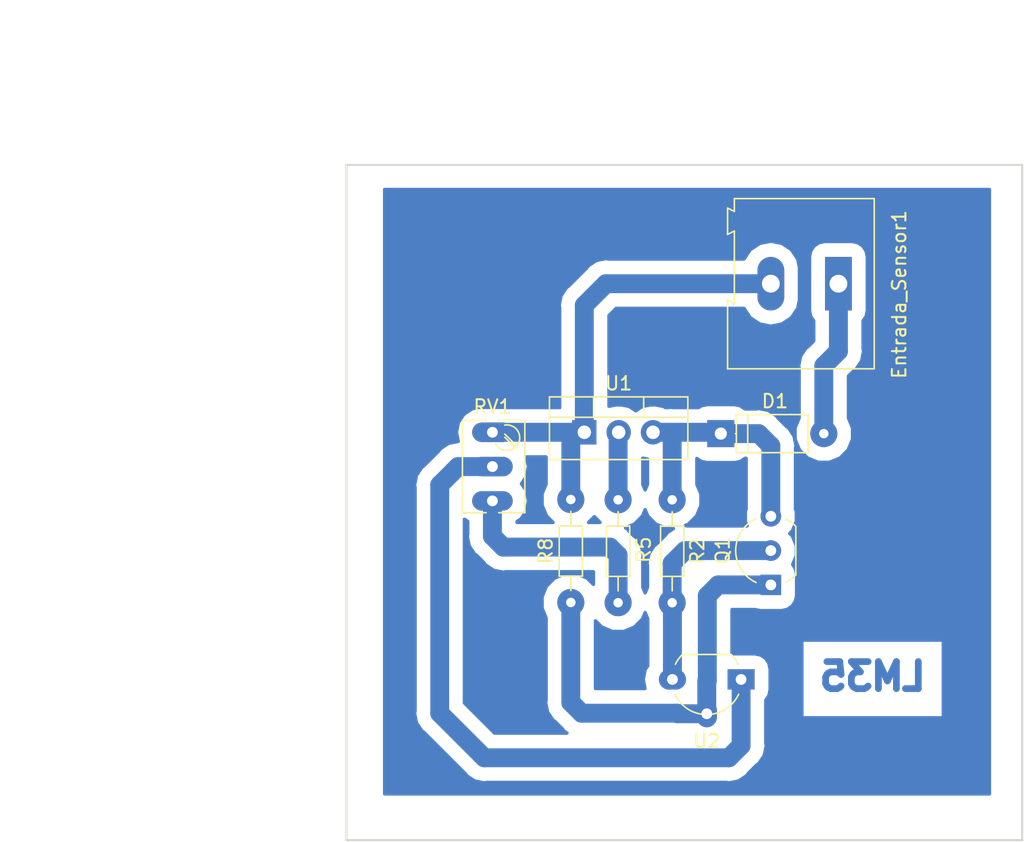
<source format=kicad_pcb>
(kicad_pcb (version 20171130) (host pcbnew 5.0.0-fee4fd1~66~ubuntu16.04.1)

  (general
    (thickness 1.6)
    (drawings 7)
    (tracks 46)
    (zones 0)
    (modules 9)
    (nets 9)
  )

  (page A4)
  (layers
    (0 F.Cu signal)
    (31 B.Cu signal)
    (32 B.Adhes user)
    (33 F.Adhes user)
    (34 B.Paste user)
    (35 F.Paste user)
    (36 B.SilkS user)
    (37 F.SilkS user)
    (38 B.Mask user)
    (39 F.Mask user)
    (40 Dwgs.User user)
    (41 Cmts.User user)
    (42 Eco1.User user)
    (43 Eco2.User user)
    (44 Edge.Cuts user)
    (45 Margin user)
    (46 B.CrtYd user)
    (47 F.CrtYd user)
    (48 B.Fab user)
    (49 F.Fab user)
  )

  (setup
    (last_trace_width 0.25)
    (user_trace_width 0.5)
    (user_trace_width 0.6)
    (user_trace_width 0.8)
    (user_trace_width 1)
    (user_trace_width 1.4)
    (user_trace_width 1.5)
    (user_trace_width 2)
    (trace_clearance 0.2)
    (zone_clearance 1)
    (zone_45_only no)
    (trace_min 0.2)
    (segment_width 0.2)
    (edge_width 0.15)
    (via_size 0.8)
    (via_drill 0.4)
    (via_min_size 0.4)
    (via_min_drill 0.3)
    (uvia_size 0.3)
    (uvia_drill 0.1)
    (uvias_allowed no)
    (uvia_min_size 0.2)
    (uvia_min_drill 0.1)
    (pcb_text_width 0.3)
    (pcb_text_size 1.5 1.5)
    (mod_edge_width 0.15)
    (mod_text_size 1 1)
    (mod_text_width 0.15)
    (pad_size 1.44 3)
    (pad_drill 0.8)
    (pad_to_mask_clearance 0.2)
    (aux_axis_origin 0 0)
    (visible_elements 7FFDFFFF)
    (pcbplotparams
      (layerselection 0x01000_fffffffe)
      (usegerberextensions false)
      (usegerberattributes false)
      (usegerberadvancedattributes false)
      (creategerberjobfile false)
      (excludeedgelayer false)
      (linewidth 0.100000)
      (plotframeref false)
      (viasonmask false)
      (mode 1)
      (useauxorigin false)
      (hpglpennumber 1)
      (hpglpenspeed 20)
      (hpglpendiameter 15.000000)
      (psnegative false)
      (psa4output false)
      (plotreference true)
      (plotvalue true)
      (plotinvisibletext false)
      (padsonsilk false)
      (subtractmaskfromsilk false)
      (outputformat 4)
      (mirror false)
      (drillshape 1)
      (scaleselection 1)
      (outputdirectory ""))
  )

  (net 0 "")
  (net 1 GNDREF)
  (net 2 "Net-(D1-Pad2)")
  (net 3 "Net-(Q1-Pad2)")
  (net 4 "Net-(D1-Pad1)")
  (net 5 "Net-(R5-Pad2)")
  (net 6 "Net-(R5-Pad1)")
  (net 7 "Net-(Q1-Pad1)")
  (net 8 "Net-(RV1-Pad2)")

  (net_class Default "Esta es la clase de red por defecto."
    (clearance 0.2)
    (trace_width 0.25)
    (via_dia 0.8)
    (via_drill 0.4)
    (uvia_dia 0.3)
    (uvia_drill 0.1)
    (add_net GNDREF)
    (add_net "Net-(D1-Pad1)")
    (add_net "Net-(D1-Pad2)")
    (add_net "Net-(Q1-Pad1)")
    (add_net "Net-(Q1-Pad2)")
    (add_net "Net-(R5-Pad1)")
    (add_net "Net-(R5-Pad2)")
    (add_net "Net-(RV1-Pad2)")
  )

  (module Potentiometers:Potentiometer_Trimmer_Bourns_3266Y (layer F.Cu) (tedit 5B635F42) (tstamp 5B61F191)
    (at 135.6 78.1 90)
    (descr "Spindle Trimmer Potentiometer, Bourns 3266Y, https://www.bourns.com/pdfs/3266.pdf")
    (tags "Spindle Trimmer Potentiometer   Bourns 3266Y")
    (path /5B607F23)
    (fp_text reference RV1 (at 1.9 0) (layer F.SilkS)
      (effects (font (size 1 1) (thickness 0.15)))
    )
    (fp_text value 100 (at -6.9 0 180) (layer F.Fab)
      (effects (font (size 1 1) (thickness 0.15)))
    )
    (fp_line (start 1.1 -2.45) (end -6.15 -2.45) (layer F.CrtYd) (width 0.05))
    (fp_line (start 1.1 2.6) (end 1.1 -2.45) (layer F.CrtYd) (width 0.05))
    (fp_line (start -6.15 2.6) (end 1.1 2.6) (layer F.CrtYd) (width 0.05))
    (fp_line (start -6.15 -2.45) (end -6.15 2.6) (layer F.CrtYd) (width 0.05))
    (fp_line (start -0.37 0.92) (end -1.125 1.675) (layer F.SilkS) (width 0.12))
    (fp_line (start -0.135 0.916) (end -1.009 1.791) (layer F.SilkS) (width 0.12))
    (fp_line (start 0.875 0.466) (end 0.875 2.4) (layer F.SilkS) (width 0.12))
    (fp_line (start 0.875 -2.22) (end 0.875 -0.465) (layer F.SilkS) (width 0.12))
    (fp_line (start -5.955 0.466) (end -5.955 2.4) (layer F.SilkS) (width 0.12))
    (fp_line (start -5.955 -2.22) (end -5.955 -0.465) (layer F.SilkS) (width 0.12))
    (fp_line (start -5.955 2.4) (end 0.875 2.4) (layer F.SilkS) (width 0.12))
    (fp_line (start -5.955 -2.22) (end 0.875 -2.22) (layer F.SilkS) (width 0.12))
    (fp_line (start 0.162 0.396) (end -1.08 1.637) (layer F.Fab) (width 0.1))
    (fp_line (start 0.27 0.504) (end -0.971 1.745) (layer F.Fab) (width 0.1))
    (fp_line (start 0.815 -2.16) (end -5.895 -2.16) (layer F.Fab) (width 0.1))
    (fp_line (start 0.815 2.34) (end 0.815 -2.16) (layer F.Fab) (width 0.1))
    (fp_line (start -5.895 2.34) (end 0.815 2.34) (layer F.Fab) (width 0.1))
    (fp_line (start -5.895 -2.16) (end -5.895 2.34) (layer F.Fab) (width 0.1))
    (fp_circle (center -0.405 1.07) (end 0.485 1.07) (layer F.Fab) (width 0.1))
    (fp_arc (start -0.405 1.07) (end -0.879 0.248) (angle -151) (layer F.SilkS) (width 0.12))
    (fp_arc (start -0.405 1.07) (end -0.405 2.02) (angle -100) (layer F.SilkS) (width 0.12))
    (pad 3 thru_hole oval (at -5.08 0 90) (size 1.44 3) (drill 0.8) (layers *.Cu *.Mask)
      (net 5 "Net-(R5-Pad2)"))
    (pad 2 thru_hole oval (at -2.54 0 90) (size 1.44 3) (drill 0.8) (layers *.Cu *.Mask)
      (net 8 "Net-(RV1-Pad2)"))
    (pad 1 thru_hole oval (at 0 0 90) (size 1.44 3) (drill 0.8) (layers *.Cu *.Mask)
      (net 1 GNDREF))
    (model Potentiometers.3dshapes/Potentiometer_Trimmer_Bourns_3266Y.wrl
      (at (xyz 0 0 0))
      (scale (xyz 0.393701 0.393701 0.393701))
      (rotate (xyz 0 0 0))
    )
  )

  (module TO_SOT_Packages_THT:TO-92_Molded_Wide_Oval (layer F.Cu) (tedit 58CE52AF) (tstamp 5B61F1F5)
    (at 154 96.4 180)
    (descr "TO-92 leads molded, wide, oval pads, drill 0.8mm (see NXP sot054_po.pdf)")
    (tags "to-92 sc-43 sc-43a sot54 PA33 transistor")
    (path /5B5F889F)
    (fp_text reference U2 (at 2.54 -4.57 180) (layer F.SilkS)
      (effects (font (size 1 1) (thickness 0.15)))
    )
    (fp_text value LM35-LP (at 2.54 3.05 180) (layer F.Fab)
      (effects (font (size 1 1) (thickness 0.15)))
    )
    (fp_text user %R (at 2.54 -4.57 180) (layer F.Fab)
      (effects (font (size 1 1) (thickness 0.15)))
    )
    (fp_line (start 0.74 1.85) (end 4.34 1.85) (layer F.SilkS) (width 0.12))
    (fp_line (start 0.8 1.75) (end 4.3 1.75) (layer F.Fab) (width 0.1))
    (fp_line (start -1.25 -3.79) (end 6.33 -3.79) (layer F.CrtYd) (width 0.05))
    (fp_line (start -1.25 -3.79) (end -1.25 2.01) (layer F.CrtYd) (width 0.05))
    (fp_line (start 6.33 2.01) (end 6.33 -3.79) (layer F.CrtYd) (width 0.05))
    (fp_line (start 6.33 2.01) (end -1.25 2.01) (layer F.CrtYd) (width 0.05))
    (fp_arc (start 2.54 0) (end 0.74 1.85) (angle 20) (layer F.SilkS) (width 0.12))
    (fp_arc (start 2.54 0) (end 2.54 -2.6) (angle -65) (layer F.SilkS) (width 0.12))
    (fp_arc (start 2.54 0) (end 2.54 -2.6) (angle 65) (layer F.SilkS) (width 0.12))
    (fp_arc (start 2.54 0) (end 2.54 -2.48) (angle 135) (layer F.Fab) (width 0.1))
    (fp_arc (start 2.54 0) (end 2.54 -2.48) (angle -135) (layer F.Fab) (width 0.1))
    (fp_arc (start 2.54 0) (end 4.34 1.85) (angle -20) (layer F.SilkS) (width 0.12))
    (pad 2 thru_hole oval (at 2.54 -2.54 270) (size 2 1.5) (drill 0.8) (layers *.Cu *.Mask)
      (net 7 "Net-(Q1-Pad1)"))
    (pad 1 thru_hole rect (at 0 0 270) (size 1.5 2) (drill 0.8) (layers *.Cu *.Mask)
      (net 8 "Net-(RV1-Pad2)"))
    (pad 3 thru_hole oval (at 5.08 0 270) (size 1.5 2) (drill 0.8) (layers *.Cu *.Mask)
      (net 3 "Net-(Q1-Pad2)"))
    (model ${KISYS3DMOD}/TO_SOT_Packages_THT.3dshapes/TO-92_Molded_Wide_Oval.wrl
      (offset (xyz 2.539999961853027 0 0))
      (scale (xyz 1 1 1))
      (rotate (xyz 0 0 -90))
    )
    (model ${KISYS3DMOD}/Package_TO_SOT_THT.3dshapes/TO-92_Wide.step
      (at (xyz 0 0 0))
      (scale (xyz 1 1 1))
      (rotate (xyz 0 0 0))
    )
  )

  (module Connectors_Terminal_Blocks:TerminalBlock_Altech_AK300-2_P5.00mm (layer F.Cu) (tedit 59FF0306) (tstamp 5B61DA53)
    (at 161.2 67.1 180)
    (descr "Altech AK300 terminal block, pitch 5.0mm, 45 degree angled, see http://www.mouser.com/ds/2/16/PCBMETRC-24178.pdf")
    (tags "Altech AK300 terminal block pitch 5.0mm")
    (path /5B60FC9B)
    (fp_text reference Entrada_Sensor1 (at -4.5 -0.8 270) (layer F.SilkS)
      (effects (font (size 1 1) (thickness 0.15)))
    )
    (fp_text value " " (at 2.78 7.75 180) (layer F.Fab)
      (effects (font (size 1 1) (thickness 0.15)))
    )
    (fp_arc (start -1.13 -4.65) (end -1.42 -4.13) (angle 104.2) (layer F.Fab) (width 0.1))
    (fp_arc (start -0.01 -3.71) (end -1.62 -5) (angle 100) (layer F.Fab) (width 0.1))
    (fp_arc (start 0.06 -6.07) (end 1.53 -4.12) (angle 75.5) (layer F.Fab) (width 0.1))
    (fp_arc (start 1.03 -4.59) (end 1.53 -5.05) (angle 90.5) (layer F.Fab) (width 0.1))
    (fp_arc (start 3.87 -4.65) (end 3.58 -4.13) (angle 104.2) (layer F.Fab) (width 0.1))
    (fp_arc (start 4.99 -3.71) (end 3.39 -5) (angle 100) (layer F.Fab) (width 0.1))
    (fp_arc (start 5.07 -6.07) (end 6.53 -4.12) (angle 75.5) (layer F.Fab) (width 0.1))
    (fp_arc (start 6.03 -4.59) (end 6.54 -5.05) (angle 90.5) (layer F.Fab) (width 0.1))
    (fp_line (start 8.36 6.47) (end -2.83 6.47) (layer F.CrtYd) (width 0.05))
    (fp_line (start 8.36 6.47) (end 8.36 -6.47) (layer F.CrtYd) (width 0.05))
    (fp_line (start -2.83 -6.47) (end -2.83 6.47) (layer F.CrtYd) (width 0.05))
    (fp_line (start -2.83 -6.47) (end 8.36 -6.47) (layer F.CrtYd) (width 0.05))
    (fp_line (start 3.36 -0.25) (end 6.67 -0.25) (layer F.Fab) (width 0.1))
    (fp_line (start 2.98 -0.25) (end 3.36 -0.25) (layer F.Fab) (width 0.1))
    (fp_line (start 7.05 -0.25) (end 6.67 -0.25) (layer F.Fab) (width 0.1))
    (fp_line (start 6.67 -0.64) (end 3.36 -0.64) (layer F.Fab) (width 0.1))
    (fp_line (start 7.61 -0.64) (end 6.67 -0.64) (layer F.Fab) (width 0.1))
    (fp_line (start 1.66 -0.64) (end 3.36 -0.64) (layer F.Fab) (width 0.1))
    (fp_line (start -1.64 -0.64) (end 1.66 -0.64) (layer F.Fab) (width 0.1))
    (fp_line (start -2.58 -0.64) (end -1.64 -0.64) (layer F.Fab) (width 0.1))
    (fp_line (start 1.66 -0.25) (end -1.64 -0.25) (layer F.Fab) (width 0.1))
    (fp_line (start 2.04 -0.25) (end 1.66 -0.25) (layer F.Fab) (width 0.1))
    (fp_line (start -2.02 -0.25) (end -1.64 -0.25) (layer F.Fab) (width 0.1))
    (fp_line (start -1.49 -4.32) (end 1.56 -4.95) (layer F.Fab) (width 0.1))
    (fp_line (start -1.62 -4.45) (end 1.44 -5.08) (layer F.Fab) (width 0.1))
    (fp_line (start 3.52 -4.32) (end 6.56 -4.95) (layer F.Fab) (width 0.1))
    (fp_line (start 3.39 -4.45) (end 6.44 -5.08) (layer F.Fab) (width 0.1))
    (fp_line (start 2.04 -5.97) (end -2.02 -5.97) (layer F.Fab) (width 0.1))
    (fp_line (start -2.02 -3.43) (end -2.02 -5.97) (layer F.Fab) (width 0.1))
    (fp_line (start 2.04 -3.43) (end -2.02 -3.43) (layer F.Fab) (width 0.1))
    (fp_line (start 2.04 -3.43) (end 2.04 -5.97) (layer F.Fab) (width 0.1))
    (fp_line (start 7.05 -3.43) (end 2.98 -3.43) (layer F.Fab) (width 0.1))
    (fp_line (start 7.05 -5.97) (end 7.05 -3.43) (layer F.Fab) (width 0.1))
    (fp_line (start 2.98 -5.97) (end 7.05 -5.97) (layer F.Fab) (width 0.1))
    (fp_line (start 2.98 -3.43) (end 2.98 -5.97) (layer F.Fab) (width 0.1))
    (fp_line (start 7.61 -3.17) (end 7.61 -1.65) (layer F.Fab) (width 0.1))
    (fp_line (start -2.58 -3.17) (end -2.58 -6.22) (layer F.Fab) (width 0.1))
    (fp_line (start -2.58 -3.17) (end 7.61 -3.17) (layer F.Fab) (width 0.1))
    (fp_line (start 7.61 -0.64) (end 7.61 4.06) (layer F.Fab) (width 0.1))
    (fp_line (start 7.61 -1.65) (end 7.61 -0.64) (layer F.Fab) (width 0.1))
    (fp_line (start -2.58 -0.64) (end -2.58 -3.17) (layer F.Fab) (width 0.1))
    (fp_line (start -2.58 6.22) (end -2.58 -0.64) (layer F.Fab) (width 0.1))
    (fp_line (start 6.67 0.51) (end 6.28 0.51) (layer F.Fab) (width 0.1))
    (fp_line (start 3.36 0.51) (end 3.74 0.51) (layer F.Fab) (width 0.1))
    (fp_line (start 1.66 0.51) (end 1.28 0.51) (layer F.Fab) (width 0.1))
    (fp_line (start -1.64 0.51) (end -1.26 0.51) (layer F.Fab) (width 0.1))
    (fp_line (start -1.64 3.68) (end -1.64 0.51) (layer F.Fab) (width 0.1))
    (fp_line (start 1.66 3.68) (end -1.64 3.68) (layer F.Fab) (width 0.1))
    (fp_line (start 1.66 3.68) (end 1.66 0.51) (layer F.Fab) (width 0.1))
    (fp_line (start 3.36 3.68) (end 3.36 0.51) (layer F.Fab) (width 0.1))
    (fp_line (start 6.67 3.68) (end 3.36 3.68) (layer F.Fab) (width 0.1))
    (fp_line (start 6.67 3.68) (end 6.67 0.51) (layer F.Fab) (width 0.1))
    (fp_line (start -2.02 4.32) (end -2.02 6.22) (layer F.Fab) (width 0.1))
    (fp_line (start 2.04 4.32) (end 2.04 -0.25) (layer F.Fab) (width 0.1))
    (fp_line (start 2.04 4.32) (end -2.02 4.32) (layer F.Fab) (width 0.1))
    (fp_line (start 7.05 4.32) (end 7.05 6.22) (layer F.Fab) (width 0.1))
    (fp_line (start 2.98 4.32) (end 2.98 -0.25) (layer F.Fab) (width 0.1))
    (fp_line (start 2.98 4.32) (end 7.05 4.32) (layer F.Fab) (width 0.1))
    (fp_line (start -2.02 6.22) (end 2.04 6.22) (layer F.Fab) (width 0.1))
    (fp_line (start -2.58 6.22) (end -2.02 6.22) (layer F.Fab) (width 0.1))
    (fp_line (start -2.02 -0.25) (end -2.02 4.32) (layer F.Fab) (width 0.1))
    (fp_line (start 2.04 6.22) (end 2.98 6.22) (layer F.Fab) (width 0.1))
    (fp_line (start 2.04 6.22) (end 2.04 4.32) (layer F.Fab) (width 0.1))
    (fp_line (start 7.05 6.22) (end 7.61 6.22) (layer F.Fab) (width 0.1))
    (fp_line (start 2.98 6.22) (end 7.05 6.22) (layer F.Fab) (width 0.1))
    (fp_line (start 7.05 -0.25) (end 7.05 4.32) (layer F.Fab) (width 0.1))
    (fp_line (start 2.98 6.22) (end 2.98 4.32) (layer F.Fab) (width 0.1))
    (fp_line (start 8.11 3.81) (end 8.11 5.46) (layer F.Fab) (width 0.1))
    (fp_line (start 7.61 4.06) (end 7.61 5.21) (layer F.Fab) (width 0.1))
    (fp_line (start 8.11 3.81) (end 7.61 4.06) (layer F.Fab) (width 0.1))
    (fp_line (start 7.61 5.21) (end 7.61 6.22) (layer F.Fab) (width 0.1))
    (fp_line (start 8.11 5.46) (end 7.61 5.21) (layer F.Fab) (width 0.1))
    (fp_line (start 8.11 -1.4) (end 7.61 -1.65) (layer F.Fab) (width 0.1))
    (fp_line (start 8.11 -6.22) (end 8.11 -1.4) (layer F.Fab) (width 0.1))
    (fp_line (start 7.61 -6.22) (end 8.11 -6.22) (layer F.Fab) (width 0.1))
    (fp_line (start 7.61 -6.22) (end -2.58 -6.22) (layer F.Fab) (width 0.1))
    (fp_line (start 7.61 -6.22) (end 7.61 -3.17) (layer F.Fab) (width 0.1))
    (fp_line (start 3.74 2.54) (end 3.74 -0.25) (layer F.Fab) (width 0.1))
    (fp_line (start 3.74 -0.25) (end 6.28 -0.25) (layer F.Fab) (width 0.1))
    (fp_line (start 6.28 2.54) (end 6.28 -0.25) (layer F.Fab) (width 0.1))
    (fp_line (start 3.74 2.54) (end 6.28 2.54) (layer F.Fab) (width 0.1))
    (fp_line (start -1.26 2.54) (end -1.26 -0.25) (layer F.Fab) (width 0.1))
    (fp_line (start -1.26 -0.25) (end 1.28 -0.25) (layer F.Fab) (width 0.1))
    (fp_line (start 1.28 2.54) (end 1.28 -0.25) (layer F.Fab) (width 0.1))
    (fp_line (start -1.26 2.54) (end 1.28 2.54) (layer F.Fab) (width 0.1))
    (fp_line (start 8.2 -6.3) (end -2.65 -6.3) (layer F.SilkS) (width 0.12))
    (fp_line (start 8.2 -1.2) (end 8.2 -6.3) (layer F.SilkS) (width 0.12))
    (fp_line (start 7.7 -1.5) (end 8.2 -1.2) (layer F.SilkS) (width 0.12))
    (fp_line (start 7.7 3.9) (end 7.7 -1.5) (layer F.SilkS) (width 0.12))
    (fp_line (start 8.2 3.65) (end 7.7 3.9) (layer F.SilkS) (width 0.12))
    (fp_line (start 8.2 3.7) (end 8.2 3.65) (layer F.SilkS) (width 0.12))
    (fp_line (start 8.2 5.6) (end 8.2 3.7) (layer F.SilkS) (width 0.12))
    (fp_line (start 7.7 5.35) (end 8.2 5.6) (layer F.SilkS) (width 0.12))
    (fp_line (start 7.7 6.3) (end 7.7 5.35) (layer F.SilkS) (width 0.12))
    (fp_line (start -2.65 6.3) (end 7.7 6.3) (layer F.SilkS) (width 0.12))
    (fp_line (start -2.65 -6.3) (end -2.65 6.3) (layer F.SilkS) (width 0.12))
    (fp_text user %R (at -4.5 -0.8 270) (layer F.Fab)
      (effects (font (size 1 1) (thickness 0.15)))
    )
    (pad 2 thru_hole oval (at 5 0 180) (size 1.98 3.96) (drill 1.32) (layers *.Cu *.Mask)
      (net 1 GNDREF))
    (pad 1 thru_hole rect (at 0 0 180) (size 1.98 3.96) (drill 1.32) (layers *.Cu *.Mask)
      (net 2 "Net-(D1-Pad2)"))
    (model ${KISYS3DMOD}/Terminal_Blocks.3dshapes/TerminalBlock_Altech_AK300-2_P5.00mm.wrl
      (at (xyz 0 0 0))
      (scale (xyz 1 1 1))
      (rotate (xyz 0 0 0))
    )
  )

  (module Resistors_THT:R_Axial_DIN0204_L3.6mm_D1.6mm_P7.62mm_Horizontal (layer F.Cu) (tedit 5B635E09) (tstamp 5B61F26F)
    (at 148.9 83.1 270)
    (descr "Resistor, Axial_DIN0204 series, Axial, Horizontal, pin pitch=7.62mm, 0.16666666666666666W = 1/6W, length*diameter=3.6*1.6mm^2, http://cdn-reichelt.de/documents/datenblatt/B400/1_4W%23YAG.pdf")
    (tags "Resistor Axial_DIN0204 series Axial Horizontal pin pitch 7.62mm 0.16666666666666666W = 1/6W length 3.6mm diameter 1.6mm")
    (path /5B618F7C)
    (fp_text reference R2 (at 3.81 -1.86 270) (layer F.SilkS)
      (effects (font (size 1 1) (thickness 0.15)))
    )
    (fp_text value 4k7 (at 3.81 0 270) (layer F.Fab)
      (effects (font (size 1 1) (thickness 0.15)))
    )
    (fp_line (start 8.6 -1.15) (end -0.95 -1.15) (layer F.CrtYd) (width 0.05))
    (fp_line (start 8.6 1.15) (end 8.6 -1.15) (layer F.CrtYd) (width 0.05))
    (fp_line (start -0.95 1.15) (end 8.6 1.15) (layer F.CrtYd) (width 0.05))
    (fp_line (start -0.95 -1.15) (end -0.95 1.15) (layer F.CrtYd) (width 0.05))
    (fp_line (start 6.74 0) (end 5.67 0) (layer F.SilkS) (width 0.12))
    (fp_line (start 0.88 0) (end 1.95 0) (layer F.SilkS) (width 0.12))
    (fp_line (start 5.67 -0.86) (end 1.95 -0.86) (layer F.SilkS) (width 0.12))
    (fp_line (start 5.67 0.86) (end 5.67 -0.86) (layer F.SilkS) (width 0.12))
    (fp_line (start 1.95 0.86) (end 5.67 0.86) (layer F.SilkS) (width 0.12))
    (fp_line (start 1.95 -0.86) (end 1.95 0.86) (layer F.SilkS) (width 0.12))
    (fp_line (start 7.62 0) (end 5.61 0) (layer F.Fab) (width 0.1))
    (fp_line (start 0 0) (end 2.01 0) (layer F.Fab) (width 0.1))
    (fp_line (start 5.61 -0.8) (end 2.01 -0.8) (layer F.Fab) (width 0.1))
    (fp_line (start 5.61 0.8) (end 5.61 -0.8) (layer F.Fab) (width 0.1))
    (fp_line (start 2.01 0.8) (end 5.61 0.8) (layer F.Fab) (width 0.1))
    (fp_line (start 2.01 -0.8) (end 2.01 0.8) (layer F.Fab) (width 0.1))
    (pad 2 thru_hole circle (at 7.62 0 270) (size 2 2) (drill 0.7) (layers *.Cu *.Mask)
      (net 3 "Net-(Q1-Pad2)"))
    (pad 1 thru_hole circle (at 0 0 270) (size 2 2) (drill 0.7) (layers *.Cu *.Mask)
      (net 4 "Net-(D1-Pad1)"))
    (model ${KISYS3DMOD}/Resistors_THT.3dshapes/R_Axial_DIN0204_L3.6mm_D1.6mm_P7.62mm_Horizontal.wrl
      (at (xyz 0 0 0))
      (scale (xyz 0.393701 0.393701 0.393701))
      (rotate (xyz 0 0 0))
    )
    (model ${KISYS3DMOD}/Resistor_THT.3dshapes/R_Axial_DIN0204_L3.6mm_D1.6mm_P7.62mm_Horizontal.wrl
      (at (xyz 0 0 0))
      (scale (xyz 1 1 1))
      (rotate (xyz 0 0 0))
    )
  )

  (module Resistors_THT:R_Axial_DIN0204_L3.6mm_D1.6mm_P7.62mm_Horizontal (layer F.Cu) (tedit 5874F706) (tstamp 5B61F230)
    (at 144.9 83.1 270)
    (descr "Resistor, Axial_DIN0204 series, Axial, Horizontal, pin pitch=7.62mm, 0.16666666666666666W = 1/6W, length*diameter=3.6*1.6mm^2, http://cdn-reichelt.de/documents/datenblatt/B400/1_4W%23YAG.pdf")
    (tags "Resistor Axial_DIN0204 series Axial Horizontal pin pitch 7.62mm 0.16666666666666666W = 1/6W length 3.6mm diameter 1.6mm")
    (path /5B5F85A7)
    (fp_text reference R5 (at 3.7 -1.9 270) (layer F.SilkS)
      (effects (font (size 1 1) (thickness 0.15)))
    )
    (fp_text value 560 (at 3.81 0 270) (layer F.Fab)
      (effects (font (size 1 1) (thickness 0.15)))
    )
    (fp_line (start 8.6 -1.15) (end -0.95 -1.15) (layer F.CrtYd) (width 0.05))
    (fp_line (start 8.6 1.15) (end 8.6 -1.15) (layer F.CrtYd) (width 0.05))
    (fp_line (start -0.95 1.15) (end 8.6 1.15) (layer F.CrtYd) (width 0.05))
    (fp_line (start -0.95 -1.15) (end -0.95 1.15) (layer F.CrtYd) (width 0.05))
    (fp_line (start 6.74 0) (end 5.67 0) (layer F.SilkS) (width 0.12))
    (fp_line (start 0.88 0) (end 1.95 0) (layer F.SilkS) (width 0.12))
    (fp_line (start 5.67 -0.86) (end 1.95 -0.86) (layer F.SilkS) (width 0.12))
    (fp_line (start 5.67 0.86) (end 5.67 -0.86) (layer F.SilkS) (width 0.12))
    (fp_line (start 1.95 0.86) (end 5.67 0.86) (layer F.SilkS) (width 0.12))
    (fp_line (start 1.95 -0.86) (end 1.95 0.86) (layer F.SilkS) (width 0.12))
    (fp_line (start 7.62 0) (end 5.61 0) (layer F.Fab) (width 0.1))
    (fp_line (start 0 0) (end 2.01 0) (layer F.Fab) (width 0.1))
    (fp_line (start 5.61 -0.8) (end 2.01 -0.8) (layer F.Fab) (width 0.1))
    (fp_line (start 5.61 0.8) (end 5.61 -0.8) (layer F.Fab) (width 0.1))
    (fp_line (start 2.01 0.8) (end 5.61 0.8) (layer F.Fab) (width 0.1))
    (fp_line (start 2.01 -0.8) (end 2.01 0.8) (layer F.Fab) (width 0.1))
    (pad 2 thru_hole circle (at 7.62 0 270) (size 2 2) (drill 0.7) (layers *.Cu *.Mask)
      (net 5 "Net-(R5-Pad2)"))
    (pad 1 thru_hole circle (at 0 0 270) (size 2 2) (drill 0.7) (layers *.Cu *.Mask)
      (net 6 "Net-(R5-Pad1)"))
    (model ${KISYS3DMOD}/Resistors_THT.3dshapes/R_Axial_DIN0204_L3.6mm_D1.6mm_P7.62mm_Horizontal.wrl
      (at (xyz 0 0 0))
      (scale (xyz 0.393701 0.393701 0.393701))
      (rotate (xyz 0 0 0))
    )
    (model ${KISYS3DMOD}/Resistor_THT.3dshapes/R_Axial_DIN0204_L3.6mm_D1.6mm_P7.62mm_Horizontal.wrl
      (at (xyz 0 0 0))
      (scale (xyz 1 1 1))
      (rotate (xyz 0 0 0))
    )
  )

  (module Resistors_THT:R_Axial_DIN0204_L3.6mm_D1.6mm_P7.62mm_Horizontal (layer F.Cu) (tedit 5874F706) (tstamp 5B61F2B4)
    (at 141.4 90.7 90)
    (descr "Resistor, Axial_DIN0204 series, Axial, Horizontal, pin pitch=7.62mm, 0.16666666666666666W = 1/6W, length*diameter=3.6*1.6mm^2, http://cdn-reichelt.de/documents/datenblatt/B400/1_4W%23YAG.pdf")
    (tags "Resistor Axial_DIN0204 series Axial Horizontal pin pitch 7.62mm 0.16666666666666666W = 1/6W length 3.6mm diameter 1.6mm")
    (path /5B617205)
    (fp_text reference R8 (at 3.81 -1.86 90) (layer F.SilkS)
      (effects (font (size 1 1) (thickness 0.15)))
    )
    (fp_text value 62,5 (at 3.9 0.1 90) (layer F.Fab)
      (effects (font (size 1 1) (thickness 0.15)))
    )
    (fp_line (start 2.01 -0.8) (end 2.01 0.8) (layer F.Fab) (width 0.1))
    (fp_line (start 2.01 0.8) (end 5.61 0.8) (layer F.Fab) (width 0.1))
    (fp_line (start 5.61 0.8) (end 5.61 -0.8) (layer F.Fab) (width 0.1))
    (fp_line (start 5.61 -0.8) (end 2.01 -0.8) (layer F.Fab) (width 0.1))
    (fp_line (start 0 0) (end 2.01 0) (layer F.Fab) (width 0.1))
    (fp_line (start 7.62 0) (end 5.61 0) (layer F.Fab) (width 0.1))
    (fp_line (start 1.95 -0.86) (end 1.95 0.86) (layer F.SilkS) (width 0.12))
    (fp_line (start 1.95 0.86) (end 5.67 0.86) (layer F.SilkS) (width 0.12))
    (fp_line (start 5.67 0.86) (end 5.67 -0.86) (layer F.SilkS) (width 0.12))
    (fp_line (start 5.67 -0.86) (end 1.95 -0.86) (layer F.SilkS) (width 0.12))
    (fp_line (start 0.88 0) (end 1.95 0) (layer F.SilkS) (width 0.12))
    (fp_line (start 6.74 0) (end 5.67 0) (layer F.SilkS) (width 0.12))
    (fp_line (start -0.95 -1.15) (end -0.95 1.15) (layer F.CrtYd) (width 0.05))
    (fp_line (start -0.95 1.15) (end 8.6 1.15) (layer F.CrtYd) (width 0.05))
    (fp_line (start 8.6 1.15) (end 8.6 -1.15) (layer F.CrtYd) (width 0.05))
    (fp_line (start 8.6 -1.15) (end -0.95 -1.15) (layer F.CrtYd) (width 0.05))
    (pad 1 thru_hole circle (at 0 0 90) (size 2 2) (drill 0.7) (layers *.Cu *.Mask)
      (net 7 "Net-(Q1-Pad1)"))
    (pad 2 thru_hole circle (at 7.62 0 90) (size 2 2) (drill 0.7) (layers *.Cu *.Mask)
      (net 1 GNDREF))
    (model ${KISYS3DMOD}/Resistors_THT.3dshapes/R_Axial_DIN0204_L3.6mm_D1.6mm_P7.62mm_Horizontal.wrl
      (at (xyz 0 0 0))
      (scale (xyz 0.393701 0.393701 0.393701))
      (rotate (xyz 0 0 0))
    )
    (model ${KISYS3DMOD}/Resistor_THT.3dshapes/R_Axial_DIN0204_L3.6mm_D1.6mm_P7.62mm_Horizontal.wrl
      (at (xyz 0 0 0))
      (scale (xyz 1 1 1))
      (rotate (xyz 0 0 0))
    )
  )

  (module Diodes_THT:D_A-405_P7.62mm_Horizontal (layer F.Cu) (tedit 5B635EEB) (tstamp 5B61F73B)
    (at 152.5 78.2)
    (descr "D, A-405 series, Axial, Horizontal, pin pitch=7.62mm, , length*diameter=5.2*2.7mm^2, , http://www.diodes.com/_files/packages/A-405.pdf")
    (tags "D A-405 series Axial Horizontal pin pitch 7.62mm  length 5.2mm diameter 2.7mm")
    (path /5B5F8B15)
    (fp_text reference D1 (at 4 -2.4) (layer F.SilkS)
      (effects (font (size 1 1) (thickness 0.15)))
    )
    (fp_text value 1N5819 (at 3.9 2.4) (layer F.Fab)
      (effects (font (size 1 1) (thickness 0.15)))
    )
    (fp_line (start 8.8 -1.7) (end -1.15 -1.7) (layer F.CrtYd) (width 0.05))
    (fp_line (start 8.8 1.7) (end 8.8 -1.7) (layer F.CrtYd) (width 0.05))
    (fp_line (start -1.15 1.7) (end 8.8 1.7) (layer F.CrtYd) (width 0.05))
    (fp_line (start -1.15 -1.7) (end -1.15 1.7) (layer F.CrtYd) (width 0.05))
    (fp_line (start 1.99 -1.41) (end 1.99 1.41) (layer F.SilkS) (width 0.12))
    (fp_line (start 6.54 0) (end 6.47 0) (layer F.SilkS) (width 0.12))
    (fp_line (start 1.08 0) (end 1.15 0) (layer F.SilkS) (width 0.12))
    (fp_line (start 6.47 -1.41) (end 1.15 -1.41) (layer F.SilkS) (width 0.12))
    (fp_line (start 6.47 1.41) (end 6.47 -1.41) (layer F.SilkS) (width 0.12))
    (fp_line (start 1.15 1.41) (end 6.47 1.41) (layer F.SilkS) (width 0.12))
    (fp_line (start 1.15 -1.41) (end 1.15 1.41) (layer F.SilkS) (width 0.12))
    (fp_line (start 1.99 -1.35) (end 1.99 1.35) (layer F.Fab) (width 0.1))
    (fp_line (start 7.62 0) (end 6.41 0) (layer F.Fab) (width 0.1))
    (fp_line (start 0 0) (end 1.21 0) (layer F.Fab) (width 0.1))
    (fp_line (start 6.41 -1.35) (end 1.21 -1.35) (layer F.Fab) (width 0.1))
    (fp_line (start 6.41 1.35) (end 6.41 -1.35) (layer F.Fab) (width 0.1))
    (fp_line (start 1.21 1.35) (end 6.41 1.35) (layer F.Fab) (width 0.1))
    (fp_line (start 1.21 -1.35) (end 1.21 1.35) (layer F.Fab) (width 0.1))
    (fp_text user %R (at 4 -2.4) (layer F.Fab)
      (effects (font (size 1 1) (thickness 0.15)))
    )
    (pad 2 thru_hole circle (at 7.62 0) (size 2 2) (drill 0.7) (layers *.Cu *.Mask)
      (net 2 "Net-(D1-Pad2)"))
    (pad 1 thru_hole rect (at 0 0) (size 2 2) (drill 0.9) (layers *.Cu *.Mask)
      (net 4 "Net-(D1-Pad1)"))
    (model ${KISYS3DMOD}/Diodes_THT.3dshapes/D_A-405_P7.62mm_Horizontal.wrl
      (at (xyz 0 0 0))
      (scale (xyz 0.393701 0.393701 0.393701))
      (rotate (xyz 0 0 0))
    )
    (model ${KISYS3DMOD}/Diode_THT.3dshapes/D_A-405_P7.62mm_Horizontal.wrl
      (at (xyz 0 0 0))
      (scale (xyz 1 1 1))
      (rotate (xyz 0 0 0))
    )
  )

  (module TO_SOT_Packages_THT:TO-92_Inline_Wide (layer F.Cu) (tedit 58CE52AF) (tstamp 5B6A0401)
    (at 156.2 89.4 90)
    (descr "TO-92 leads in-line, wide, drill 0.8mm (see NXP sot054_po.pdf)")
    (tags "to-92 sc-43 sc-43a sot54 PA33 transistor")
    (path /5B5F8BF1)
    (fp_text reference Q1 (at 2.54 -3.56 270) (layer F.SilkS)
      (effects (font (size 1 1) (thickness 0.15)))
    )
    (fp_text value BC557 (at 2.54 2.79 90) (layer F.Fab)
      (effects (font (size 1 1) (thickness 0.15)))
    )
    (fp_arc (start 2.54 0) (end 4.34 1.85) (angle -20) (layer F.SilkS) (width 0.12))
    (fp_arc (start 2.54 0) (end 2.54 -2.48) (angle -135) (layer F.Fab) (width 0.1))
    (fp_arc (start 2.54 0) (end 2.54 -2.48) (angle 135) (layer F.Fab) (width 0.1))
    (fp_arc (start 2.54 0) (end 2.54 -2.6) (angle 65) (layer F.SilkS) (width 0.12))
    (fp_arc (start 2.54 0) (end 2.54 -2.6) (angle -65) (layer F.SilkS) (width 0.12))
    (fp_arc (start 2.54 0) (end 0.74 1.85) (angle 20) (layer F.SilkS) (width 0.12))
    (fp_line (start 6.09 2.01) (end -1.01 2.01) (layer F.CrtYd) (width 0.05))
    (fp_line (start 6.09 2.01) (end 6.09 -2.73) (layer F.CrtYd) (width 0.05))
    (fp_line (start -1.01 -2.73) (end -1.01 2.01) (layer F.CrtYd) (width 0.05))
    (fp_line (start -1.01 -2.73) (end 6.09 -2.73) (layer F.CrtYd) (width 0.05))
    (fp_line (start 0.8 1.75) (end 4.3 1.75) (layer F.Fab) (width 0.1))
    (fp_line (start 0.74 1.85) (end 4.34 1.85) (layer F.SilkS) (width 0.12))
    (fp_text user %R (at 2.54 -3.56 270) (layer F.Fab)
      (effects (font (size 1 1) (thickness 0.15)))
    )
    (pad 1 thru_hole rect (at 0 0 180) (size 1.52 1.52) (drill 0.8) (layers *.Cu *.Mask)
      (net 7 "Net-(Q1-Pad1)"))
    (pad 3 thru_hole circle (at 5.08 0 180) (size 1.52 1.52) (drill 0.8) (layers *.Cu *.Mask)
      (net 4 "Net-(D1-Pad1)"))
    (pad 2 thru_hole circle (at 2.54 0 180) (size 1.52 1.52) (drill 0.8) (layers *.Cu *.Mask)
      (net 3 "Net-(Q1-Pad2)"))
    (model ${KISYS3DMOD}/TO_SOT_Packages_THT.3dshapes/TO-92_Inline_Wide.wrl
      (offset (xyz 2.539999961853027 0 0))
      (scale (xyz 1 1 1))
      (rotate (xyz 0 0 -90))
    )
    (model ${KISYS3DMOD}/Package_TO_SOT_THT.3dshapes/TO-92_Inline_Wide.wrl
      (at (xyz 0 0 0))
      (scale (xyz 1 1 1))
      (rotate (xyz 0 0 0))
    )
  )

  (module TO_SOT_Packages_THT:TO-220-3_Vertical (layer F.Cu) (tedit 58CE52AD) (tstamp 5B61F090)
    (at 142.4 78.1)
    (descr "TO-220-3, Vertical, RM 2.54mm")
    (tags "TO-220-3 Vertical RM 2.54mm")
    (path /5B5F89D3)
    (fp_text reference U1 (at 2.54 -3.62) (layer F.SilkS)
      (effects (font (size 1 1) (thickness 0.15)))
    )
    (fp_text value LM317L_TO92 (at 2.54 2.9) (layer F.Fab)
      (effects (font (size 1 1) (thickness 0.15)))
    )
    (fp_line (start 7.79 -2.75) (end -2.71 -2.75) (layer F.CrtYd) (width 0.05))
    (fp_line (start 7.79 2.16) (end 7.79 -2.75) (layer F.CrtYd) (width 0.05))
    (fp_line (start -2.71 2.16) (end 7.79 2.16) (layer F.CrtYd) (width 0.05))
    (fp_line (start -2.71 -2.75) (end -2.71 2.16) (layer F.CrtYd) (width 0.05))
    (fp_line (start 4.391 -2.62) (end 4.391 -1.11) (layer F.SilkS) (width 0.12))
    (fp_line (start 0.69 -2.62) (end 0.69 -1.11) (layer F.SilkS) (width 0.12))
    (fp_line (start -2.58 -1.11) (end 7.66 -1.11) (layer F.SilkS) (width 0.12))
    (fp_line (start 7.66 -2.62) (end 7.66 2.021) (layer F.SilkS) (width 0.12))
    (fp_line (start -2.58 -2.62) (end -2.58 2.021) (layer F.SilkS) (width 0.12))
    (fp_line (start -2.58 2.021) (end 7.66 2.021) (layer F.SilkS) (width 0.12))
    (fp_line (start -2.58 -2.62) (end 7.66 -2.62) (layer F.SilkS) (width 0.12))
    (fp_line (start 4.39 -2.5) (end 4.39 -1.23) (layer F.Fab) (width 0.1))
    (fp_line (start 0.69 -2.5) (end 0.69 -1.23) (layer F.Fab) (width 0.1))
    (fp_line (start -2.46 -1.23) (end 7.54 -1.23) (layer F.Fab) (width 0.1))
    (fp_line (start 7.54 -2.5) (end -2.46 -2.5) (layer F.Fab) (width 0.1))
    (fp_line (start 7.54 1.9) (end 7.54 -2.5) (layer F.Fab) (width 0.1))
    (fp_line (start -2.46 1.9) (end 7.54 1.9) (layer F.Fab) (width 0.1))
    (fp_line (start -2.46 -2.5) (end -2.46 1.9) (layer F.Fab) (width 0.1))
    (fp_text user %R (at 2.54 -3.62) (layer F.Fab)
      (effects (font (size 1 1) (thickness 0.15)))
    )
    (pad 3 thru_hole oval (at 5.08 0) (size 1.8 1.8) (drill 1) (layers *.Cu *.Mask)
      (net 4 "Net-(D1-Pad1)"))
    (pad 2 thru_hole oval (at 2.54 0) (size 1.8 1.8) (drill 1) (layers *.Cu *.Mask)
      (net 6 "Net-(R5-Pad1)"))
    (pad 1 thru_hole rect (at 0 0) (size 1.8 1.8) (drill 1) (layers *.Cu *.Mask)
      (net 1 GNDREF))
    (model ${KISYS3DMOD}/TO_SOT_Packages_THT.3dshapes/TO-220-3_Vertical.wrl
      (offset (xyz 2.539999961853027 0 0))
      (scale (xyz 0.393701 0.393701 0.393701))
      (rotate (xyz 0 0 0))
    )
    (model ${KISYS3DMOD}/Package_TO_SOT_THT.3dshapes/TO-220-3_Vertical.step
      (at (xyz 0 0 0))
      (scale (xyz 1 1 1))
      (rotate (xyz 0 0 0))
    )
  )

  (gr_text LM35 (at 163.73 96.18) (layer B.Cu)
    (effects (font (size 2 2) (thickness 0.5)) (justify mirror))
  )
  (gr_line (start 124.8 108.3) (end 124.8 58.3) (layer Edge.Cuts) (width 0.15))
  (gr_line (start 174.8 108.3) (end 124.8 108.3) (layer Edge.Cuts) (width 0.15))
  (gr_line (start 174.8 58.3) (end 174.8 108.3) (layer Edge.Cuts) (width 0.15))
  (gr_line (start 124.8 58.3) (end 174.8 58.3) (layer Edge.Cuts) (width 0.15))
  (dimension 50 (width 0.3) (layer B.Paste)
    (gr_text "50,000 mm" (at 104.700001 83.3 270) (layer B.Paste)
      (effects (font (size 1.5 1.5) (thickness 0.3)))
    )
    (feature1 (pts (xy 119.8 108.3) (xy 106.21358 108.3)))
    (feature2 (pts (xy 119.8 58.3) (xy 106.21358 58.3)))
    (crossbar (pts (xy 106.800001 58.3) (xy 106.800001 108.3)))
    (arrow1a (pts (xy 106.800001 108.3) (xy 106.21358 107.173496)))
    (arrow1b (pts (xy 106.800001 108.3) (xy 107.386422 107.173496)))
    (arrow2a (pts (xy 106.800001 58.3) (xy 106.21358 59.426504)))
    (arrow2b (pts (xy 106.800001 58.3) (xy 107.386422 59.426504)))
  )
  (dimension 50 (width 0.3) (layer B.Paste)
    (gr_text "50,000 mm" (at 149.8 47.2) (layer B.Paste)
      (effects (font (size 1.5 1.5) (thickness 0.3)))
    )
    (feature1 (pts (xy 174.8 55.3) (xy 174.8 48.713579)))
    (feature2 (pts (xy 124.8 55.3) (xy 124.8 48.713579)))
    (crossbar (pts (xy 124.8 49.3) (xy 174.8 49.3)))
    (arrow1a (pts (xy 174.8 49.3) (xy 173.673496 49.886421)))
    (arrow1b (pts (xy 174.8 49.3) (xy 173.673496 48.713579)))
    (arrow2a (pts (xy 124.8 49.3) (xy 125.926504 49.886421)))
    (arrow2b (pts (xy 124.8 49.3) (xy 125.926504 48.713579)))
  )

  (segment (start 141.4 83.08) (end 141.4 78.1) (width 1.4) (layer B.Cu) (net 1) (tstamp 5B61F1DA))
  (segment (start 141.4 78.1) (end 135.6 78.1) (width 1.4) (layer B.Cu) (net 1) (tstamp 5B61F2F1))
  (segment (start 142.4 78.1) (end 141.4 78.1) (width 1.4) (layer B.Cu) (net 1) (tstamp 5B61F174))
  (segment (start 142.4 78.1) (end 142.4 68.7) (width 1.4) (layer B.Cu) (net 1) (tstamp 5B61F063))
  (segment (start 144 67.1) (end 156.2 67.1) (width 1.4) (layer B.Cu) (net 1) (tstamp 5B61F156))
  (segment (start 142.4 68.7) (end 144 67.1) (width 1.4) (layer B.Cu) (net 1) (tstamp 5B61F06C))
  (segment (start 160.12 78.2) (end 160.12 73.18) (width 1.4) (layer B.Cu) (net 2) (tstamp 5B61F06F))
  (segment (start 161.2 72.1) (end 161.2 67.1) (width 1.4) (layer B.Cu) (net 2) (tstamp 5B61F165))
  (segment (start 160.12 73.18) (end 161.2 72.1) (width 1.4) (layer B.Cu) (net 2) (tstamp 5B61F162))
  (segment (start 148.9 90.72) (end 148.9 87.8) (width 1.4) (layer B.Cu) (net 3) (tstamp 5B61F072))
  (segment (start 149.84 86.86) (end 156.2 86.86) (width 1.4) (layer B.Cu) (net 3) (tstamp 5B61F060))
  (segment (start 148.9 87.8) (end 149.84 86.86) (width 1.4) (layer B.Cu) (net 3) (tstamp 5B61F153))
  (segment (start 148.92 90.74) (end 148.9 90.72) (width 1.4) (layer B.Cu) (net 3) (tstamp 5B61F2EE))
  (segment (start 148.92 96.4) (end 148.92 90.74) (width 1.4) (layer B.Cu) (net 3) (tstamp 5B61F2EB))
  (segment (start 148.9 78.2) (end 148.8 78.1) (width 1.4) (layer B.Cu) (net 4) (tstamp 5B61F066))
  (segment (start 148.8 78.1) (end 147.48 78.1) (width 1.4) (layer B.Cu) (net 4) (tstamp 5B61F1D7))
  (segment (start 148.9 83.1) (end 148.9 78.2) (width 1.4) (layer B.Cu) (net 4) (tstamp 5B61F05D))
  (segment (start 152.4 78.1) (end 152.5 78.2) (width 1.4) (layer B.Cu) (net 4) (tstamp 5B61F075))
  (segment (start 147.48 78.1) (end 152.4 78.1) (width 1.4) (layer B.Cu) (net 4) (tstamp 5B61F1CB))
  (segment (start 155.3 78.2) (end 152.5 78.2) (width 1.4) (layer B.Cu) (net 4) (tstamp 5B61F15F))
  (segment (start 156.2 79.1) (end 155.3 78.2) (width 1.4) (layer B.Cu) (net 4) (tstamp 5B61F615))
  (segment (start 156.2 84.32) (end 156.2 79.1) (width 1.4) (layer B.Cu) (net 4) (tstamp 5B61F0C6))
  (segment (start 135.6 85.8) (end 135.6 83.18) (width 1.4) (layer B.Cu) (net 5) (tstamp 5B61F159))
  (segment (start 144.9 90.72) (end 144.9 87.2) (width 1.4) (layer B.Cu) (net 5) (tstamp 5B61F150))
  (segment (start 144.9 87.2) (end 144.3 86.6) (width 1.4) (layer B.Cu) (net 5) (tstamp 5B61F16B))
  (segment (start 144.3 86.6) (end 136.4 86.6) (width 1.4) (layer B.Cu) (net 5) (tstamp 5B61F168))
  (segment (start 136.4 86.6) (end 135.6 85.8) (width 1.4) (layer B.Cu) (net 5) (tstamp 5B61F069))
  (segment (start 144.9 78.14) (end 144.94 78.1) (width 1.4) (layer B.Cu) (net 6) (tstamp 5B61F1D1))
  (segment (start 144.9 83.1) (end 144.9 78.14) (width 1.4) (layer B.Cu) (net 6) (tstamp 5B61F1CE))
  (segment (start 151.46 96.54) (end 151.5 96.5) (width 1.4) (layer B.Cu) (net 7) (tstamp 5B61F29D))
  (segment (start 151.46 98.94) (end 151.46 96.54) (width 1.4) (layer B.Cu) (net 7) (tstamp 5B61F1DD))
  (segment (start 151.5 96.5) (end 151.5 90.2) (width 1.4) (layer B.Cu) (net 7) (tstamp 5B61F2F4))
  (segment (start 152.3 89.4) (end 156.2 89.4) (width 1.4) (layer B.Cu) (net 7) (tstamp 5B61F0C3))
  (segment (start 151.5 90.2) (end 152.3 89.4) (width 1.4) (layer B.Cu) (net 7) (tstamp 5B61F2F7))
  (segment (start 149.31 98.94) (end 149.27 98.9) (width 1.4) (layer B.Cu) (net 7) (tstamp 5B61F2E2))
  (segment (start 151.46 98.94) (end 149.31 98.94) (width 1.4) (layer B.Cu) (net 7) (tstamp 5B61F29A))
  (segment (start 149.27 98.9) (end 142.2 98.9) (width 1.4) (layer B.Cu) (net 7) (tstamp 5B61F1C8))
  (segment (start 141.4 98.1) (end 141.4 90.7) (width 1.4) (layer B.Cu) (net 7) (tstamp 5B61F1E0))
  (segment (start 142.2 98.9) (end 141.4 98.1) (width 1.4) (layer B.Cu) (net 7) (tstamp 5B61F2DF))
  (segment (start 133.06 80.64) (end 135.6 80.64) (width 1.4) (layer B.Cu) (net 8) (tstamp 5B61F0CC))
  (segment (start 131.7 82) (end 133.06 80.64) (width 1.4) (layer B.Cu) (net 8) (tstamp 5B61F0C9))
  (segment (start 154 96.4) (end 154 101.3) (width 1.4) (layer B.Cu) (net 8) (tstamp 5B61F2E8))
  (segment (start 131.7 98.9) (end 131.7 82) (width 1.4) (layer B.Cu) (net 8) (tstamp 5B61F1D4))
  (segment (start 154 101.3) (end 153.1 102.2) (width 1.4) (layer B.Cu) (net 8) (tstamp 5B61F2E5))
  (segment (start 153.1 102.2) (end 135 102.2) (width 1.4) (layer B.Cu) (net 8) (tstamp 5B61F171))
  (segment (start 135 102.2) (end 131.7 98.9) (width 1.4) (layer B.Cu) (net 8) (tstamp 5B61F16E))

  (zone (net 0) (net_name "") (layer B.Cu) (tstamp 5B6361D0) (hatch edge 0.508)
    (connect_pads yes (clearance 1))
    (min_thickness 0.254)
    (fill yes (mode segment) (arc_segments 16) (thermal_gap 0.508) (thermal_bridge_width 0.508))
    (polygon
      (pts
        (xy 127.5 60) (xy 172.5 60) (xy 172.5 105) (xy 127.5 105)
      )
    )
    (filled_polygon
      (pts
        (xy 172.373 104.873) (xy 127.627 104.873) (xy 127.627 82) (xy 129.837207 82) (xy 129.873001 82.179948)
        (xy 129.873 98.720057) (xy 129.837207 98.9) (xy 129.940084 99.417194) (xy 129.979004 99.612859) (xy 130.382806 100.217193)
        (xy 130.535354 100.319122) (xy 133.580877 103.364646) (xy 133.682806 103.517194) (xy 133.835354 103.619123) (xy 134.28714 103.920996)
        (xy 135 104.062793) (xy 135.179943 104.027) (xy 152.920057 104.027) (xy 153.1 104.062793) (xy 153.279943 104.027)
        (xy 153.81286 103.920996) (xy 154.417194 103.517194) (xy 154.519126 103.364642) (xy 155.164644 102.719124) (xy 155.317194 102.617193)
        (xy 155.720996 102.012859) (xy 155.827 101.479942) (xy 155.862793 101.300001) (xy 155.827 101.120059) (xy 155.826999 97.940855)
        (xy 156.061611 97.589733) (xy 156.149079 97.15) (xy 156.149079 95.65) (xy 156.061611 95.210267) (xy 155.812522 94.837478)
        (xy 155.439733 94.588389) (xy 155 94.500921) (xy 153.326999 94.500921) (xy 153.326999 93.488) (xy 158.495857 93.488)
        (xy 158.495857 99.242) (xy 168.964143 99.242) (xy 168.964143 93.488) (xy 158.495857 93.488) (xy 153.326999 93.488)
        (xy 153.327 91.227) (xy 155.027359 91.227) (xy 155.44 91.309079) (xy 156.96 91.309079) (xy 157.399733 91.221611)
        (xy 157.772522 90.972522) (xy 158.021611 90.599733) (xy 158.109079 90.16) (xy 158.109079 88.64) (xy 158.021611 88.200267)
        (xy 157.815247 87.89142) (xy 158.087 87.235348) (xy 158.087 86.484652) (xy 157.799722 85.7911) (xy 157.598622 85.59)
        (xy 157.799722 85.3889) (xy 158.087 84.695348) (xy 158.087 83.944652) (xy 158.026999 83.799797) (xy 158.027 79.279941)
        (xy 158.062793 79.099999) (xy 158.005677 78.812859) (xy 157.920996 78.387141) (xy 157.517194 77.782807) (xy 157.508374 77.776913)
        (xy 157.993 77.776913) (xy 157.993 78.623087) (xy 158.316817 79.404848) (xy 158.915152 80.003183) (xy 159.696913 80.327)
        (xy 160.543087 80.327) (xy 161.324848 80.003183) (xy 161.923183 79.404848) (xy 162.247 78.623087) (xy 162.247 77.776913)
        (xy 161.946999 77.052649) (xy 161.947 73.936768) (xy 162.364642 73.519125) (xy 162.517193 73.417194) (xy 162.795914 73.000058)
        (xy 162.920996 72.81286) (xy 163.062793 72.1) (xy 163.026999 71.920052) (xy 163.026999 69.855889) (xy 163.251611 69.519733)
        (xy 163.339079 69.08) (xy 163.339079 65.12) (xy 163.251611 64.680267) (xy 163.002522 64.307478) (xy 162.629733 64.058389)
        (xy 162.19 63.970921) (xy 160.21 63.970921) (xy 159.770267 64.058389) (xy 159.397478 64.307478) (xy 159.148389 64.680267)
        (xy 159.060921 65.12) (xy 159.060921 69.08) (xy 159.148389 69.519733) (xy 159.373 69.855889) (xy 159.373 71.343232)
        (xy 158.955356 71.760876) (xy 158.802807 71.862806) (xy 158.700878 72.015354) (xy 158.700877 72.015355) (xy 158.399004 72.467141)
        (xy 158.257207 73.18) (xy 158.293001 73.359948) (xy 158.293 77.052651) (xy 157.993 77.776913) (xy 157.508374 77.776913)
        (xy 157.364644 77.680876) (xy 156.719126 77.035358) (xy 156.617194 76.882806) (xy 156.01286 76.479004) (xy 155.479943 76.373)
        (xy 155.3 76.337207) (xy 155.120057 76.373) (xy 154.290854 76.373) (xy 153.939733 76.138389) (xy 153.5 76.050921)
        (xy 151.5 76.050921) (xy 151.060267 76.138389) (xy 150.858807 76.273) (xy 148.979943 76.273) (xy 148.8 76.237207)
        (xy 148.620057 76.273) (xy 148.394204 76.273) (xy 148.270896 76.190608) (xy 147.679641 76.073) (xy 147.280359 76.073)
        (xy 146.689104 76.190608) (xy 146.21 76.510735) (xy 145.730896 76.190608) (xy 145.139641 76.073) (xy 144.740359 76.073)
        (xy 144.226999 76.175114) (xy 144.227 69.456768) (xy 144.756768 68.927) (xy 154.213173 68.927) (xy 154.673728 69.616271)
        (xy 155.373988 70.084169) (xy 156.2 70.248474) (xy 157.026011 70.08417) (xy 157.726271 69.616272) (xy 158.194169 68.916012)
        (xy 158.316999 68.298504) (xy 158.317 65.901497) (xy 158.19417 65.283989) (xy 157.726272 64.583729) (xy 157.026012 64.115831)
        (xy 156.2 63.951526) (xy 155.373989 64.11583) (xy 154.673729 64.583728) (xy 154.213173 65.273) (xy 144.179943 65.273)
        (xy 144 65.237207) (xy 143.820057 65.273) (xy 143.28714 65.379004) (xy 142.682806 65.782806) (xy 142.580875 65.935357)
        (xy 141.235355 67.280877) (xy 141.082807 67.382806) (xy 140.980878 67.535354) (xy 140.980877 67.535355) (xy 140.679004 67.987141)
        (xy 140.537207 68.7) (xy 140.573001 68.879948) (xy 140.573 76.273) (xy 136.662456 76.273) (xy 136.561909 76.253)
        (xy 134.638091 76.253) (xy 134.099337 76.360165) (xy 133.488388 76.768388) (xy 133.080165 77.379337) (xy 132.936816 78.1)
        (xy 133.071996 78.779593) (xy 133.059999 78.777207) (xy 132.880057 78.813) (xy 132.34714 78.919004) (xy 131.742806 79.322806)
        (xy 131.640875 79.475357) (xy 130.535355 80.580877) (xy 130.382807 80.682806) (xy 130.280878 80.835354) (xy 130.280877 80.835355)
        (xy 129.979004 81.287141) (xy 129.837207 82) (xy 127.627 82) (xy 127.627 60.127) (xy 172.373 60.127)
      )
    )
    (filled_polygon
      (pts
        (xy 133.773 84.701784) (xy 133.773 85.620057) (xy 133.737207 85.8) (xy 133.773 85.979942) (xy 133.879004 86.512859)
        (xy 134.282806 87.117193) (xy 134.435354 87.219122) (xy 134.980875 87.764643) (xy 135.082806 87.917194) (xy 135.471925 88.177194)
        (xy 135.68714 88.320996) (xy 136.4 88.462793) (xy 136.579943 88.427) (xy 143.073001 88.427) (xy 143.073 89.364969)
        (xy 142.604848 88.896817) (xy 141.823087 88.573) (xy 140.976913 88.573) (xy 140.195152 88.896817) (xy 139.596817 89.495152)
        (xy 139.273 90.276913) (xy 139.273 91.123087) (xy 139.573001 91.847351) (xy 139.573 97.920057) (xy 139.537207 98.1)
        (xy 139.617794 98.505135) (xy 139.679004 98.812859) (xy 140.082806 99.417193) (xy 140.235354 99.519122) (xy 140.780875 100.064643)
        (xy 140.882806 100.217194) (xy 141.115987 100.373) (xy 135.756769 100.373) (xy 133.526999 98.143231) (xy 133.527 84.537412)
      )
    )
    (filled_polygon
      (pts
        (xy 147.093001 91.915635) (xy 147.093 95.381637) (xy 146.901905 95.667631) (xy 146.756228 96.4) (xy 146.890096 97.073)
        (xy 143.226999 97.073) (xy 143.227 92.055031) (xy 143.695152 92.523183) (xy 144.476913 92.847) (xy 145.323087 92.847)
        (xy 146.104848 92.523183) (xy 146.703183 91.924848) (xy 146.9 91.449691)
      )
    )
    (filled_polygon
      (pts
        (xy 147.096817 84.304848) (xy 147.695152 84.903183) (xy 148.476913 85.227) (xy 148.995444 85.227) (xy 148.522806 85.542806)
        (xy 148.420873 85.69536) (xy 147.735356 86.380876) (xy 147.582807 86.482806) (xy 147.480878 86.635354) (xy 147.480877 86.635355)
        (xy 147.179004 87.087141) (xy 147.037207 87.8) (xy 147.073001 87.979947) (xy 147.073 89.57265) (xy 146.9 89.990309)
        (xy 146.726999 89.57265) (xy 146.727 87.379941) (xy 146.762793 87.199999) (xy 146.695162 86.86) (xy 146.620996 86.487141)
        (xy 146.217194 85.882807) (xy 146.064644 85.780876) (xy 145.719126 85.435358) (xy 145.617194 85.282806) (xy 145.453086 85.173153)
        (xy 146.104848 84.903183) (xy 146.703183 84.304848) (xy 146.9 83.829691)
      )
    )
    (filled_polygon
      (pts
        (xy 154.373 83.799799) (xy 154.313 83.944652) (xy 154.313 84.695348) (xy 154.45286 85.033) (xy 150.019943 85.033)
        (xy 149.865574 85.002294) (xy 150.104848 84.903183) (xy 150.703183 84.304848) (xy 151.027 83.523087) (xy 151.027 82.676913)
        (xy 150.726999 81.952649) (xy 150.727 80.038929) (xy 151.060267 80.261611) (xy 151.5 80.349079) (xy 153.5 80.349079)
        (xy 153.939733 80.261611) (xy 154.290854 80.027) (xy 154.373001 80.027)
      )
    )
    (filled_polygon
      (pts
        (xy 143.564969 84.773) (xy 142.715031 84.773) (xy 143.14 84.348031)
      )
    )
    (filled_polygon
      (pts
        (xy 139.573 81.932651) (xy 139.273 82.656913) (xy 139.273 83.503087) (xy 139.596817 84.284848) (xy 140.084969 84.773)
        (xy 137.426999 84.773) (xy 137.426999 84.701784) (xy 137.711612 84.511612) (xy 138.119835 83.900663) (xy 138.263184 83.18)
        (xy 138.119835 82.459337) (xy 137.75278 81.91) (xy 138.119835 81.360663) (xy 138.263184 80.64) (xy 138.121359 79.927)
        (xy 139.573001 79.927)
      )
    )
    (filled_polygon
      (pts
        (xy 147.073001 80.085754) (xy 147.073 81.952651) (xy 146.9 82.370309) (xy 146.726999 81.952649) (xy 146.727 80.01693)
      )
    )
    (fill_segments
      (pts (xy 172.373 60.127) (xy 127.627 60.127))
      (pts (xy 172.373 60.3683) (xy 127.627 60.3683))
      (pts (xy 172.373 60.6096) (xy 127.627 60.6096))
      (pts (xy 172.373 60.8509) (xy 127.627 60.8509))
      (pts (xy 172.373 61.0922) (xy 127.627 61.0922))
      (pts (xy 172.373 61.3335) (xy 127.627 61.3335))
      (pts (xy 172.373 61.5748) (xy 127.627 61.5748))
      (pts (xy 172.373 61.8161) (xy 127.627 61.8161))
      (pts (xy 172.373 62.0574) (xy 127.627 62.0574))
      (pts (xy 172.373 62.2987) (xy 127.627 62.2987))
      (pts (xy 172.373 62.54) (xy 127.627 62.54))
      (pts (xy 172.373 62.7813) (xy 127.627 62.7813))
      (pts (xy 172.373 63.0226) (xy 127.627 63.0226))
      (pts (xy 172.373 63.2639) (xy 127.627 63.2639))
      (pts (xy 172.373 63.5052) (xy 127.627 63.5052))
      (pts (xy 172.373 63.7465) (xy 127.627 63.7465))
      (pts (xy 156.017639 63.9878) (xy 127.627 63.9878))
      (pts (xy 160.125144 63.9878) (xy 156.382361 63.9878))
      (pts (xy 172.373 63.9878) (xy 162.274857 63.9878))
      (pts (xy 155.204469 64.2291) (xy 127.627 64.2291))
      (pts (xy 159.51478 64.2291) (xy 157.195532 64.2291))
      (pts (xy 172.373 64.2291) (xy 162.885221 64.2291))
      (pts (xy 154.843337 64.4704) (xy 127.627 64.4704))
      (pts (xy 159.288618 64.4704) (xy 157.556663 64.4704))
      (pts (xy 172.373 64.4704) (xy 163.111383 64.4704))
      (pts (xy 154.588221 64.7117) (xy 127.627 64.7117))
      (pts (xy 159.142137 64.7117) (xy 157.81178 64.7117))
      (pts (xy 172.373 64.7117) (xy 163.257864 64.7117))
      (pts (xy 154.42699 64.953) (xy 127.627 64.953))
      (pts (xy 159.09414 64.953) (xy 157.973011 64.953))
      (pts (xy 172.373 64.953) (xy 163.305861 64.953))
      (pts (xy 154.265759 65.1943) (xy 127.627 65.1943))
      (pts (xy 159.060921 65.1943) (xy 158.134242 65.1943))
      (pts (xy 172.373 65.1943) (xy 163.339079 65.1943))
      (pts (xy 143.202438 65.4356) (xy 127.627 65.4356))
      (pts (xy 159.060921 65.4356) (xy 158.224328 65.4356))
      (pts (xy 172.373 65.4356) (xy 163.339079 65.4356))
      (pts (xy 142.841306 65.6769) (xy 127.627 65.6769))
      (pts (xy 159.060921 65.6769) (xy 158.272325 65.6769))
      (pts (xy 172.373 65.6769) (xy 163.339079 65.6769))
      (pts (xy 142.592339 65.9182) (xy 127.627 65.9182))
      (pts (xy 159.060921 65.9182) (xy 158.316999 65.9182))
      (pts (xy 172.373 65.9182) (xy 163.339079 65.9182))
      (pts (xy 142.356732 66.1595) (xy 127.627 66.1595))
      (pts (xy 159.060921 66.1595) (xy 158.316999 66.1595))
      (pts (xy 172.373 66.1595) (xy 163.339079 66.1595))
      (pts (xy 142.115432 66.4008) (xy 127.627 66.4008))
      (pts (xy 159.060921 66.4008) (xy 158.316999 66.4008))
      (pts (xy 172.373 66.4008) (xy 163.339079 66.4008))
      (pts (xy 141.874132 66.6421) (xy 127.627 66.6421))
      (pts (xy 159.060921 66.6421) (xy 158.316999 66.6421))
      (pts (xy 172.373 66.6421) (xy 163.339079 66.6421))
      (pts (xy 141.632832 66.8834) (xy 127.627 66.8834))
      (pts (xy 159.060921 66.8834) (xy 158.316999 66.8834))
      (pts (xy 172.373 66.8834) (xy 163.339079 66.8834))
      (pts (xy 141.391532 67.1247) (xy 127.627 67.1247))
      (pts (xy 159.060921 67.1247) (xy 158.316999 67.1247))
      (pts (xy 172.373 67.1247) (xy 163.339079 67.1247))
      (pts (xy 141.10796 67.366) (xy 127.627 67.366))
      (pts (xy 159.060921 67.366) (xy 158.316999 67.366))
      (pts (xy 172.373 67.366) (xy 163.339079 67.366))
      (pts (xy 140.932806 67.6073) (xy 127.627 67.6073))
      (pts (xy 159.060921 67.6073) (xy 158.316999 67.6073))
      (pts (xy 172.373 67.6073) (xy 163.339079 67.6073))
      (pts (xy 140.771574 67.8486) (xy 127.627 67.8486))
      (pts (xy 159.060921 67.8486) (xy 158.316999 67.8486))
      (pts (xy 172.373 67.8486) (xy 163.339079 67.8486))
      (pts (xy 140.658564 68.0899) (xy 127.627 68.0899))
      (pts (xy 159.060921 68.0899) (xy 158.316999 68.0899))
      (pts (xy 172.373 68.0899) (xy 163.339079 68.0899))
      (pts (xy 140.610567 68.3312) (xy 127.627 68.3312))
      (pts (xy 159.060921 68.3312) (xy 158.310495 68.3312))
      (pts (xy 172.373 68.3312) (xy 163.339079 68.3312))
      (pts (xy 140.562569 68.5725) (xy 127.627 68.5725))
      (pts (xy 159.060921 68.5725) (xy 158.262497 68.5725))
      (pts (xy 172.373 68.5725) (xy 163.339079 68.5725))
      (pts (xy 140.559843 68.8138) (xy 127.627 68.8138))
      (pts (xy 159.060921 68.8138) (xy 158.2145 68.8138))
      (pts (xy 172.373 68.8138) (xy 163.339079 68.8138))
      (pts (xy 140.573001 69.0551) (xy 127.627 69.0551))
      (pts (xy 154.298766 69.0551) (xy 144.628668 69.0551))
      (pts (xy 159.060921 69.0551) (xy 158.101233 69.0551))
      (pts (xy 172.373 69.0551) (xy 163.339079 69.0551))
      (pts (xy 140.573001 69.2964) (xy 127.627 69.2964))
      (pts (xy 154.459997 69.2964) (xy 144.387368 69.2964))
      (pts (xy 159.103965 69.2964) (xy 157.940002 69.2964))
      (pts (xy 172.373 69.2964) (xy 163.296034 69.2964))
      (pts (xy 140.573001 69.5377) (xy 127.627 69.5377))
      (pts (xy 154.621228 69.5377) (xy 144.226999 69.5377))
      (pts (xy 159.160394 69.5377) (xy 157.778771 69.5377))
      (pts (xy 172.373 69.5377) (xy 163.239605 69.5377))
      (pts (xy 140.573001 69.779) (xy 127.627 69.779))
      (pts (xy 154.917269 69.779) (xy 144.226999 69.779))
      (pts (xy 159.321624 69.779) (xy 157.48273 69.779))
      (pts (xy 172.373 69.779) (xy 163.078374 69.779))
      (pts (xy 140.573001 70.0203) (xy 127.627 70.0203))
      (pts (xy 155.278401 70.0203) (xy 144.226999 70.0203))
      (pts (xy 159.373 70.0203) (xy 157.121599 70.0203))
      (pts (xy 172.373 70.0203) (xy 163.026999 70.0203))
      (pts (xy 140.573001 70.2616) (xy 127.627 70.2616))
      (pts (xy 159.373 70.2616) (xy 144.226999 70.2616))
      (pts (xy 172.373 70.2616) (xy 163.026999 70.2616))
      (pts (xy 140.573001 70.5029) (xy 127.627 70.5029))
      (pts (xy 159.373 70.5029) (xy 144.226999 70.5029))
      (pts (xy 172.373 70.5029) (xy 163.026999 70.5029))
      (pts (xy 140.573001 70.7442) (xy 127.627 70.7442))
      (pts (xy 159.373 70.7442) (xy 144.226999 70.7442))
      (pts (xy 172.373 70.7442) (xy 163.026999 70.7442))
      (pts (xy 140.573001 70.9855) (xy 127.627 70.9855))
      (pts (xy 159.373 70.9855) (xy 144.226999 70.9855))
      (pts (xy 172.373 70.9855) (xy 163.026999 70.9855))
      (pts (xy 140.573001 71.2268) (xy 127.627 71.2268))
      (pts (xy 159.373 71.2268) (xy 144.226999 71.2268))
      (pts (xy 172.373 71.2268) (xy 163.026999 71.2268))
      (pts (xy 140.573001 71.4681) (xy 127.627 71.4681))
      (pts (xy 159.248132 71.4681) (xy 144.226999 71.4681))
      (pts (xy 172.373 71.4681) (xy 163.026999 71.4681))
      (pts (xy 140.573001 71.7094) (xy 127.627 71.7094))
      (pts (xy 159.006832 71.7094) (xy 144.226999 71.7094))
      (pts (xy 172.373 71.7094) (xy 163.026999 71.7094))
      (pts (xy 140.573001 71.9507) (xy 127.627 71.9507))
      (pts (xy 158.744079 71.9507) (xy 144.226999 71.9507))
      (pts (xy 172.373 71.9507) (xy 163.033096 71.9507))
      (pts (xy 140.573001 72.192) (xy 127.627 72.192))
      (pts (xy 158.582847 72.192) (xy 144.226999 72.192))
      (pts (xy 172.373 72.192) (xy 163.044493 72.192))
      (pts (xy 140.573001 72.4333) (xy 127.627 72.4333))
      (pts (xy 158.421616 72.4333) (xy 144.226999 72.4333))
      (pts (xy 172.373 72.4333) (xy 162.996495 72.4333))
      (pts (xy 140.573001 72.6746) (xy 127.627 72.6746))
      (pts (xy 158.357738 72.6746) (xy 144.226999 72.6746))
      (pts (xy 172.373 72.6746) (xy 162.948497 72.6746))
      (pts (xy 140.573001 72.9159) (xy 127.627 72.9159))
      (pts (xy 158.30974 72.9159) (xy 144.226999 72.9159))
      (pts (xy 172.373 72.9159) (xy 162.852146 72.9159))
      (pts (xy 140.573001 73.1572) (xy 127.627 73.1572))
      (pts (xy 158.261743 73.1572) (xy 144.226999 73.1572))
      (pts (xy 172.373 73.1572) (xy 162.690915 73.1572))
      (pts (xy 140.573001 73.3985) (xy 127.627 73.3985))
      (pts (xy 158.293001 73.3985) (xy 144.226999 73.3985))
      (pts (xy 172.373 73.3985) (xy 162.529683 73.3985))
      (pts (xy 140.573001 73.6398) (xy 127.627 73.6398))
      (pts (xy 158.293001 73.6398) (xy 144.226999 73.6398))
      (pts (xy 172.373 73.6398) (xy 162.243967 73.6398))
      (pts (xy 140.573001 73.8811) (xy 127.627 73.8811))
      (pts (xy 158.293001 73.8811) (xy 144.226999 73.8811))
      (pts (xy 172.373 73.8811) (xy 162.002667 73.8811))
      (pts (xy 140.573001 74.1224) (xy 127.627 74.1224))
      (pts (xy 158.293001 74.1224) (xy 144.226999 74.1224))
      (pts (xy 172.373 74.1224) (xy 161.946999 74.1224))
      (pts (xy 140.573001 74.3637) (xy 127.627 74.3637))
      (pts (xy 158.293001 74.3637) (xy 144.226999 74.3637))
      (pts (xy 172.373 74.3637) (xy 161.946999 74.3637))
      (pts (xy 140.573001 74.605) (xy 127.627 74.605))
      (pts (xy 158.293001 74.605) (xy 144.226999 74.605))
      (pts (xy 172.373 74.605) (xy 161.946999 74.605))
      (pts (xy 140.573001 74.8463) (xy 127.627 74.8463))
      (pts (xy 158.293001 74.8463) (xy 144.226999 74.8463))
      (pts (xy 172.373 74.8463) (xy 161.946999 74.8463))
      (pts (xy 140.573001 75.0876) (xy 127.627 75.0876))
      (pts (xy 158.293001 75.0876) (xy 144.226999 75.0876))
      (pts (xy 172.373 75.0876) (xy 161.946999 75.0876))
      (pts (xy 140.573001 75.3289) (xy 127.627 75.3289))
      (pts (xy 158.293001 75.3289) (xy 144.226999 75.3289))
      (pts (xy 172.373 75.3289) (xy 161.946999 75.3289))
      (pts (xy 140.573001 75.5702) (xy 127.627 75.5702))
      (pts (xy 158.293001 75.5702) (xy 144.226999 75.5702))
      (pts (xy 172.373 75.5702) (xy 161.946999 75.5702))
      (pts (xy 140.573001 75.8115) (xy 127.627 75.8115))
      (pts (xy 158.293001 75.8115) (xy 144.226999 75.8115))
      (pts (xy 172.373 75.8115) (xy 161.946999 75.8115))
      (pts (xy 140.573001 76.0528) (xy 127.627 76.0528))
      (pts (xy 151.490554 76.0528) (xy 144.226999 76.0528))
      (pts (xy 158.293001 76.0528) (xy 153.509447 76.0528))
      (pts (xy 172.373 76.0528) (xy 161.946999 76.0528))
      (pts (xy 134.431468 76.2941) (xy 127.627 76.2941))
      (pts (xy 146.534218 76.2941) (xy 145.885783 76.2941))
      (pts (xy 158.293001 76.2941) (xy 154.172772 76.2941))
      (pts (xy 172.373 76.2941) (xy 161.946999 76.2941))
      (pts (xy 133.83708 76.5354) (xy 127.627 76.5354))
      (pts (xy 158.293001 76.5354) (xy 156.097263 76.5354))
      (pts (xy 172.373 76.5354) (xy 161.946999 76.5354))
      (pts (xy 133.482835 76.7767) (xy 127.627 76.7767))
      (pts (xy 158.293001 76.7767) (xy 156.458395 76.7767))
      (pts (xy 172.373 76.7767) (xy 161.946999 76.7767))
      (pts (xy 133.321603 77.018) (xy 127.627 77.018))
      (pts (xy 158.293001 77.018) (xy 156.707528 77.018))
      (pts (xy 172.373 77.018) (xy 161.946999 77.018))
      (pts (xy 133.160372 77.2593) (xy 127.627 77.2593))
      (pts (xy 158.207403 77.2593) (xy 156.943068 77.2593))
      (pts (xy 172.373 77.2593) (xy 162.032597 77.2593))
      (pts (xy 133.056045 77.5006) (xy 127.627 77.5006))
      (pts (xy 158.107453 77.5006) (xy 157.184368 77.5006))
      (pts (xy 172.373 77.5006) (xy 162.132548 77.5006))
      (pts (xy 133.008047 77.7419) (xy 127.627 77.7419))
      (pts (xy 158.007503 77.7419) (xy 157.455974 77.7419))
      (pts (xy 172.373 77.7419) (xy 162.232498 77.7419))
      (pts (xy 132.960049 77.9832) (xy 127.627 77.9832))
      (pts (xy 157.993 77.9832) (xy 157.651092 77.9832))
      (pts (xy 172.373 77.9832) (xy 162.247 77.9832))
      (pts (xy 132.96158 78.2245) (xy 127.627 78.2245))
      (pts (xy 157.993 78.2245) (xy 157.812324 78.2245))
      (pts (xy 172.373 78.2245) (xy 162.247 78.2245))
      (pts (xy 133.009578 78.4658) (xy 127.627 78.4658))
      (pts (xy 157.993 78.4658) (xy 157.936643 78.4658))
      (pts (xy 172.373 78.4658) (xy 162.247 78.4658))
      (pts (xy 133.057576 78.7071) (xy 127.627 78.7071))
      (pts (xy 158.027799 78.7071) (xy 157.984641 78.7071))
      (pts (xy 172.373 78.7071) (xy 162.2122 78.7071))
      (pts (xy 132.303146 78.9484) (xy 127.627 78.9484))
      (pts (xy 158.127749 78.9484) (xy 158.032638 78.9484))
      (pts (xy 172.373 78.9484) (xy 162.11225 78.9484))
      (pts (xy 131.942014 79.1897) (xy 127.627 79.1897))
      (pts (xy 158.227699 79.1897) (xy 158.04495 79.1897))
      (pts (xy 172.373 79.1897) (xy 162.0123 79.1897))
      (pts (xy 131.670514 79.431) (xy 127.627 79.431))
      (pts (xy 158.342969 79.431) (xy 158.026999 79.431))
      (pts (xy 172.373 79.431) (xy 161.897031 79.431))
      (pts (xy 131.443932 79.6723) (xy 127.627 79.6723))
      (pts (xy 158.584269 79.6723) (xy 158.026999 79.6723))
      (pts (xy 172.373 79.6723) (xy 161.655731 79.6723))
      (pts (xy 131.202632 79.9136) (xy 127.627 79.9136))
      (pts (xy 158.825569 79.9136) (xy 158.026999 79.9136))
      (pts (xy 172.373 79.9136) (xy 161.414431 79.9136))
      (pts (xy 130.961332 80.1549) (xy 127.627 80.1549))
      (pts (xy 159.281428 80.1549) (xy 158.026999 80.1549))
      (pts (xy 172.373 80.1549) (xy 160.958571 80.1549))
      (pts (xy 130.720032 80.3962) (xy 127.627 80.3962))
      (pts (xy 172.373 80.3962) (xy 158.026999 80.3962))
      (pts (xy 130.450613 80.6375) (xy 127.627 80.6375))
      (pts (xy 172.373 80.6375) (xy 158.026999 80.6375))
      (pts (xy 130.251849 80.8788) (xy 127.627 80.8788))
      (pts (xy 172.373 80.8788) (xy 158.026999 80.8788))
      (pts (xy 130.090617 81.1201) (xy 127.627 81.1201))
      (pts (xy 172.373 81.1201) (xy 158.026999 81.1201))
      (pts (xy 129.964233 81.3614) (xy 127.627 81.3614))
      (pts (xy 172.373 81.3614) (xy 158.026999 81.3614))
      (pts (xy 129.916236 81.6027) (xy 127.627 81.6027))
      (pts (xy 172.373 81.6027) (xy 158.026999 81.6027))
      (pts (xy 129.868238 81.844) (xy 127.627 81.844))
      (pts (xy 172.373 81.844) (xy 158.026999 81.844))
      (pts (xy 129.854174 82.0853) (xy 127.627 82.0853))
      (pts (xy 172.373 82.0853) (xy 158.026999 82.0853))
      (pts (xy 129.873001 82.3266) (xy 127.627 82.3266))
      (pts (xy 172.373 82.3266) (xy 158.026999 82.3266))
      (pts (xy 129.873001 82.5679) (xy 127.627 82.5679))
      (pts (xy 172.373 82.5679) (xy 158.026999 82.5679))
      (pts (xy 129.873001 82.8092) (xy 127.627 82.8092))
      (pts (xy 172.373 82.8092) (xy 158.026999 82.8092))
      (pts (xy 129.873001 83.0505) (xy 127.627 83.0505))
      (pts (xy 172.373 83.0505) (xy 158.026999 83.0505))
      (pts (xy 129.873001 83.2918) (xy 127.627 83.2918))
      (pts (xy 172.373 83.2918) (xy 158.026999 83.2918))
      (pts (xy 129.873001 83.5331) (xy 127.627 83.5331))
      (pts (xy 172.373 83.5331) (xy 158.026999 83.5331))
      (pts (xy 129.873001 83.7744) (xy 127.627 83.7744))
      (pts (xy 172.373 83.7744) (xy 158.026999 83.7744))
      (pts (xy 129.873001 84.0157) (xy 127.627 84.0157))
      (pts (xy 172.373 84.0157) (xy 158.087 84.0157))
      (pts (xy 129.873001 84.257) (xy 127.627 84.257))
      (pts (xy 172.373 84.257) (xy 158.087 84.257))
      (pts (xy 129.873001 84.4983) (xy 127.627 84.4983))
      (pts (xy 172.373 84.4983) (xy 158.087 84.4983))
      (pts (xy 129.873001 84.7396) (xy 127.627 84.7396))
      (pts (xy 172.373 84.7396) (xy 158.06867 84.7396))
      (pts (xy 129.873001 84.9809) (xy 127.627 84.9809))
      (pts (xy 172.373 84.9809) (xy 157.96872 84.9809))
      (pts (xy 129.873001 85.2222) (xy 127.627 85.2222))
      (pts (xy 172.373 85.2222) (xy 157.868771 85.2222))
      (pts (xy 129.873001 85.4635) (xy 127.627 85.4635))
      (pts (xy 172.373 85.4635) (xy 157.725122 85.4635))
      (pts (xy 129.873001 85.7048) (xy 127.627 85.7048))
      (pts (xy 172.373 85.7048) (xy 157.713422 85.7048))
      (pts (xy 129.873001 85.9461) (xy 127.627 85.9461))
      (pts (xy 172.373 85.9461) (xy 157.863925 85.9461))
      (pts (xy 129.873001 86.1874) (xy 127.627 86.1874))
      (pts (xy 172.373 86.1874) (xy 157.963875 86.1874))
      (pts (xy 129.873001 86.4287) (xy 127.627 86.4287))
      (pts (xy 172.373 86.4287) (xy 158.063824 86.4287))
      (pts (xy 129.873001 86.67) (xy 127.627 86.67))
      (pts (xy 172.373 86.67) (xy 158.087 86.67))
      (pts (xy 129.873001 86.9113) (xy 127.627 86.9113))
      (pts (xy 172.373 86.9113) (xy 158.087 86.9113))
      (pts (xy 129.873001 87.1526) (xy 127.627 87.1526))
      (pts (xy 172.373 87.1526) (xy 158.087 87.1526))
      (pts (xy 129.873001 87.3939) (xy 127.627 87.3939))
      (pts (xy 172.373 87.3939) (xy 158.021325 87.3939))
      (pts (xy 129.873001 87.6352) (xy 127.627 87.6352))
      (pts (xy 172.373 87.6352) (xy 157.921376 87.6352))
      (pts (xy 129.873001 87.8765) (xy 127.627 87.8765))
      (pts (xy 172.373 87.8765) (xy 157.821427 87.8765))
      (pts (xy 129.873001 88.1178) (xy 127.627 88.1178))
      (pts (xy 172.373 88.1178) (xy 157.966509 88.1178))
      (pts (xy 129.873001 88.3591) (xy 127.627 88.3591))
      (pts (xy 172.373 88.3591) (xy 158.053205 88.3591))
      (pts (xy 129.873001 88.6004) (xy 127.627 88.6004))
      (pts (xy 172.373 88.6004) (xy 158.101203 88.6004))
      (pts (xy 129.873001 88.8417) (xy 127.627 88.8417))
      (pts (xy 172.373 88.8417) (xy 158.109079 88.8417))
      (pts (xy 129.873001 89.083) (xy 127.627 89.083))
      (pts (xy 172.373 89.083) (xy 158.109079 89.083))
      (pts (xy 129.873001 89.3243) (xy 127.627 89.3243))
      (pts (xy 172.373 89.3243) (xy 158.109079 89.3243))
      (pts (xy 129.873001 89.5656) (xy 127.627 89.5656))
      (pts (xy 172.373 89.5656) (xy 158.109079 89.5656))
      (pts (xy 129.873001 89.8069) (xy 127.627 89.8069))
      (pts (xy 172.373 89.8069) (xy 158.109079 89.8069))
      (pts (xy 129.873001 90.0482) (xy 127.627 90.0482))
      (pts (xy 172.373 90.0482) (xy 158.109079 90.0482))
      (pts (xy 129.873001 90.2895) (xy 127.627 90.2895))
      (pts (xy 172.373 90.2895) (xy 158.083319 90.2895))
      (pts (xy 129.873001 90.5308) (xy 127.627 90.5308))
      (pts (xy 172.373 90.5308) (xy 158.035322 90.5308))
      (pts (xy 129.873001 90.7721) (xy 127.627 90.7721))
      (pts (xy 172.373 90.7721) (xy 157.906439 90.7721))
      (pts (xy 129.873001 91.0134) (xy 127.627 91.0134))
      (pts (xy 172.373 91.0134) (xy 157.711343 91.0134))
      (pts (xy 129.873001 91.2547) (xy 127.627 91.2547))
      (pts (xy 155.166616 91.2547) (xy 153.326999 91.2547))
      (pts (xy 172.373 91.2547) (xy 157.233382 91.2547))
      (pts (xy 129.873001 91.496) (xy 127.627 91.496))
      (pts (xy 172.373 91.496) (xy 153.326999 91.496))
      (pts (xy 129.873001 91.7373) (xy 127.627 91.7373))
      (pts (xy 172.373 91.7373) (xy 153.326999 91.7373))
      (pts (xy 129.873001 91.9786) (xy 127.627 91.9786))
      (pts (xy 172.373 91.9786) (xy 153.326999 91.9786))
      (pts (xy 129.873001 92.2199) (xy 127.627 92.2199))
      (pts (xy 172.373 92.2199) (xy 153.326999 92.2199))
      (pts (xy 129.873001 92.4612) (xy 127.627 92.4612))
      (pts (xy 172.373 92.4612) (xy 153.326999 92.4612))
      (pts (xy 129.873001 92.7025) (xy 127.627 92.7025))
      (pts (xy 172.373 92.7025) (xy 153.326999 92.7025))
      (pts (xy 129.873001 92.9438) (xy 127.627 92.9438))
      (pts (xy 172.373 92.9438) (xy 153.326999 92.9438))
      (pts (xy 129.873001 93.1851) (xy 127.627 93.1851))
      (pts (xy 172.373 93.1851) (xy 153.326999 93.1851))
      (pts (xy 129.873001 93.4264) (xy 127.627 93.4264))
      (pts (xy 172.373 93.4264) (xy 153.326999 93.4264))
      (pts (xy 129.873001 93.6677) (xy 127.627 93.6677))
      (pts (xy 158.495857 93.6677) (xy 153.326999 93.6677))
      (pts (xy 172.373 93.6677) (xy 168.964143 93.6677))
      (pts (xy 129.873001 93.909) (xy 127.627 93.909))
      (pts (xy 158.495857 93.909) (xy 153.326999 93.909))
      (pts (xy 172.373 93.909) (xy 168.964143 93.909))
      (pts (xy 129.873001 94.1503) (xy 127.627 94.1503))
      (pts (xy 158.495857 94.1503) (xy 153.326999 94.1503))
      (pts (xy 172.373 94.1503) (xy 168.964143 94.1503))
      (pts (xy 129.873001 94.3916) (xy 127.627 94.3916))
      (pts (xy 158.495857 94.3916) (xy 153.326999 94.3916))
      (pts (xy 172.373 94.3916) (xy 168.964143 94.3916))
      (pts (xy 129.873001 94.6329) (xy 127.627 94.6329))
      (pts (xy 158.495857 94.6329) (xy 155.506349 94.6329))
      (pts (xy 172.373 94.6329) (xy 168.964143 94.6329))
      (pts (xy 129.873001 94.8742) (xy 127.627 94.8742))
      (pts (xy 158.495857 94.8742) (xy 155.837059 94.8742))
      (pts (xy 172.373 94.8742) (xy 168.964143 94.8742))
      (pts (xy 129.873001 95.1155) (xy 127.627 95.1155))
      (pts (xy 158.495857 95.1155) (xy 155.99829 95.1155))
      (pts (xy 172.373 95.1155) (xy 168.964143 95.1155))
      (pts (xy 129.873001 95.3568) (xy 127.627 95.3568))
      (pts (xy 158.495857 95.3568) (xy 156.090759 95.3568))
      (pts (xy 172.373 95.3568) (xy 168.964143 95.3568))
      (pts (xy 129.873001 95.5981) (xy 127.627 95.5981))
      (pts (xy 158.495857 95.5981) (xy 156.138756 95.5981))
      (pts (xy 172.373 95.5981) (xy 168.964143 95.5981))
      (pts (xy 129.873001 95.8394) (xy 127.627 95.8394))
      (pts (xy 158.495857 95.8394) (xy 156.149079 95.8394))
      (pts (xy 172.373 95.8394) (xy 168.964143 95.8394))
      (pts (xy 129.873001 96.0807) (xy 127.627 96.0807))
      (pts (xy 158.495857 96.0807) (xy 156.149079 96.0807))
      (pts (xy 172.373 96.0807) (xy 168.964143 96.0807))
      (pts (xy 129.873001 96.322) (xy 127.627 96.322))
      (pts (xy 158.495857 96.322) (xy 156.149079 96.322))
      (pts (xy 172.373 96.322) (xy 168.964143 96.322))
      (pts (xy 129.873001 96.5633) (xy 127.627 96.5633))
      (pts (xy 158.495857 96.5633) (xy 156.149079 96.5633))
      (pts (xy 172.373 96.5633) (xy 168.964143 96.5633))
      (pts (xy 129.873001 96.8046) (xy 127.627 96.8046))
      (pts (xy 158.495857 96.8046) (xy 156.149079 96.8046))
      (pts (xy 172.373 96.8046) (xy 168.964143 96.8046))
      (pts (xy 129.873001 97.0459) (xy 127.627 97.0459))
      (pts (xy 158.495857 97.0459) (xy 156.149079 97.0459))
      (pts (xy 172.373 97.0459) (xy 168.964143 97.0459))
      (pts (xy 129.873001 97.2872) (xy 127.627 97.2872))
      (pts (xy 158.495857 97.2872) (xy 156.121788 97.2872))
      (pts (xy 172.373 97.2872) (xy 168.964143 97.2872))
      (pts (xy 129.873001 97.5285) (xy 127.627 97.5285))
      (pts (xy 158.495857 97.5285) (xy 156.07379 97.5285))
      (pts (xy 172.373 97.5285) (xy 168.964143 97.5285))
      (pts (xy 129.873001 97.7698) (xy 127.627 97.7698))
      (pts (xy 158.495857 97.7698) (xy 155.941294 97.7698))
      (pts (xy 172.373 97.7698) (xy 168.964143 97.7698))
      (pts (xy 129.873001 98.0111) (xy 127.627 98.0111))
      (pts (xy 158.495857 98.0111) (xy 155.827 98.0111))
      (pts (xy 172.373 98.0111) (xy 168.964143 98.0111))
      (pts (xy 129.873001 98.2524) (xy 127.627 98.2524))
      (pts (xy 158.495857 98.2524) (xy 155.827 98.2524))
      (pts (xy 172.373 98.2524) (xy 168.964143 98.2524))
      (pts (xy 129.873001 98.4937) (xy 127.627 98.4937))
      (pts (xy 158.495857 98.4937) (xy 155.827 98.4937))
      (pts (xy 172.373 98.4937) (xy 168.964143 98.4937))
      (pts (xy 129.870028 98.735) (xy 127.627 98.735))
      (pts (xy 158.495857 98.735) (xy 155.827 98.735))
      (pts (xy 172.373 98.735) (xy 168.964143 98.735))
      (pts (xy 129.852384 98.9763) (xy 127.627 98.9763))
      (pts (xy 158.495857 98.9763) (xy 155.827 98.9763))
      (pts (xy 172.373 98.9763) (xy 168.964143 98.9763))
      (pts (xy 129.900382 99.2176) (xy 127.627 99.2176))
      (pts (xy 158.495857 99.2176) (xy 155.827 99.2176))
      (pts (xy 172.373 99.2176) (xy 168.964143 99.2176))
      (pts (xy 129.948379 99.4589) (xy 127.627 99.4589))
      (pts (xy 172.373 99.4589) (xy 155.827 99.4589))
      (pts (xy 130.037363 99.7002) (xy 127.627 99.7002))
      (pts (xy 172.373 99.7002) (xy 155.827 99.7002))
      (pts (xy 130.198594 99.9415) (xy 127.627 99.9415))
      (pts (xy 172.373 99.9415) (xy 155.827 99.9415))
      (pts (xy 130.359825 100.1828) (xy 127.627 100.1828))
      (pts (xy 172.373 100.1828) (xy 155.827 100.1828))
      (pts (xy 130.640331 100.4241) (xy 127.627 100.4241))
      (pts (xy 172.373 100.4241) (xy 155.827 100.4241))
      (pts (xy 130.881631 100.6654) (xy 127.627 100.6654))
      (pts (xy 172.373 100.6654) (xy 155.827 100.6654))
      (pts (xy 131.122931 100.9067) (xy 127.627 100.9067))
      (pts (xy 172.373 100.9067) (xy 155.827 100.9067))
      (pts (xy 131.364231 101.148) (xy 127.627 101.148))
      (pts (xy 172.373 101.148) (xy 155.832558 101.148))
      (pts (xy 131.605531 101.3893) (xy 127.627 101.3893))
      (pts (xy 172.373 101.3893) (xy 155.84503 101.3893))
      (pts (xy 131.846831 101.6306) (xy 127.627 101.6306))
      (pts (xy 172.373 101.6306) (xy 155.797032 101.6306))
      (pts (xy 132.088131 101.8719) (xy 127.627 101.8719))
      (pts (xy 172.373 101.8719) (xy 155.749034 101.8719))
      (pts (xy 132.329431 102.1132) (xy 127.627 102.1132))
      (pts (xy 172.373 102.1132) (xy 155.65395 102.1132))
      (pts (xy 132.570731 102.3545) (xy 127.627 102.3545))
      (pts (xy 172.373 102.3545) (xy 155.492719 102.3545))
      (pts (xy 132.812031 102.5958) (xy 127.627 102.5958))
      (pts (xy 172.373 102.5958) (xy 155.331488 102.5958))
      (pts (xy 133.053331 102.8371) (xy 127.627 102.8371))
      (pts (xy 172.373 102.8371) (xy 155.046668 102.8371))
      (pts (xy 133.294631 103.0784) (xy 127.627 103.0784))
      (pts (xy 172.373 103.0784) (xy 154.805368 103.0784))
      (pts (xy 133.535931 103.3197) (xy 127.627 103.3197))
      (pts (xy 172.373 103.3197) (xy 154.564068 103.3197))
      (pts (xy 133.748366 103.561) (xy 127.627 103.561))
      (pts (xy 172.373 103.561) (xy 154.351633 103.561))
      (pts (xy 134.109498 103.8023) (xy 127.627 103.8023))
      (pts (xy 172.373 103.8023) (xy 153.990501 103.8023))
      (pts (xy 134.90351 104.0436) (xy 127.627 104.0436))
      (pts (xy 153.00351 104.0436) (xy 135.096489 104.0436))
      (pts (xy 172.373 104.0436) (xy 153.196489 104.0436))
      (pts (xy 172.373 104.2849) (xy 127.627 104.2849))
      (pts (xy 172.373 104.5262) (xy 127.627 104.5262))
      (pts (xy 172.373 104.7675) (xy 127.627 104.7675))
      (pts (xy 172.373 104.873) (xy 172.373 60.127))
      (pts (xy 172.1317 104.873) (xy 172.1317 60.127))
      (pts (xy 171.8904 104.873) (xy 171.8904 60.127))
      (pts (xy 171.6491 104.873) (xy 171.6491 60.127))
      (pts (xy 171.4078 104.873) (xy 171.4078 60.127))
      (pts (xy 171.1665 104.873) (xy 171.1665 60.127))
      (pts (xy 170.9252 104.873) (xy 170.9252 60.127))
      (pts (xy 170.6839 104.873) (xy 170.6839 60.127))
      (pts (xy 170.4426 104.873) (xy 170.4426 60.127))
      (pts (xy 170.2013 104.873) (xy 170.2013 60.127))
      (pts (xy 169.96 104.873) (xy 169.96 60.127))
      (pts (xy 169.7187 104.873) (xy 169.7187 60.127))
      (pts (xy 169.4774 104.873) (xy 169.4774 60.127))
      (pts (xy 169.2361 104.873) (xy 169.2361 60.127))
      (pts (xy 168.9948 104.873) (xy 168.9948 60.127))
      (pts (xy 168.7535 93.488) (xy 168.7535 60.127))
      (pts (xy 168.7535 104.873) (xy 168.7535 99.242))
      (pts (xy 168.5122 93.488) (xy 168.5122 60.127))
      (pts (xy 168.5122 104.873) (xy 168.5122 99.242))
      (pts (xy 168.2709 93.488) (xy 168.2709 60.127))
      (pts (xy 168.2709 104.873) (xy 168.2709 99.242))
      (pts (xy 168.0296 93.488) (xy 168.0296 60.127))
      (pts (xy 168.0296 104.873) (xy 168.0296 99.242))
      (pts (xy 167.7883 93.488) (xy 167.7883 60.127))
      (pts (xy 167.7883 104.873) (xy 167.7883 99.242))
      (pts (xy 167.547 93.488) (xy 167.547 60.127))
      (pts (xy 167.547 104.873) (xy 167.547 99.242))
      (pts (xy 167.3057 93.488) (xy 167.3057 60.127))
      (pts (xy 167.3057 104.873) (xy 167.3057 99.242))
      (pts (xy 167.0644 93.488) (xy 167.0644 60.127))
      (pts (xy 167.0644 104.873) (xy 167.0644 99.242))
      (pts (xy 166.8231 93.488) (xy 166.8231 60.127))
      (pts (xy 166.8231 104.873) (xy 166.8231 99.242))
      (pts (xy 166.5818 93.488) (xy 166.5818 60.127))
      (pts (xy 166.5818 104.873) (xy 166.5818 99.242))
      (pts (xy 166.3405 93.488) (xy 166.3405 60.127))
      (pts (xy 166.3405 104.873) (xy 166.3405 99.242))
      (pts (xy 166.0992 93.488) (xy 166.0992 60.127))
      (pts (xy 166.0992 104.873) (xy 166.0992 99.242))
      (pts (xy 165.8579 93.488) (xy 165.8579 60.127))
      (pts (xy 165.8579 104.873) (xy 165.8579 99.242))
      (pts (xy 165.6166 93.488) (xy 165.6166 60.127))
      (pts (xy 165.6166 104.873) (xy 165.6166 99.242))
      (pts (xy 165.3753 93.488) (xy 165.3753 60.127))
      (pts (xy 165.3753 104.873) (xy 165.3753 99.242))
      (pts (xy 165.134 93.488) (xy 165.134 60.127))
      (pts (xy 165.134 104.873) (xy 165.134 99.242))
      (pts (xy 164.8927 93.488) (xy 164.8927 60.127))
      (pts (xy 164.8927 104.873) (xy 164.8927 99.242))
      (pts (xy 164.6514 93.488) (xy 164.6514 60.127))
      (pts (xy 164.6514 104.873) (xy 164.6514 99.242))
      (pts (xy 164.4101 93.488) (xy 164.4101 60.127))
      (pts (xy 164.4101 104.873) (xy 164.4101 99.242))
      (pts (xy 164.1688 93.488) (xy 164.1688 60.127))
      (pts (xy 164.1688 104.873) (xy 164.1688 99.242))
      (pts (xy 163.9275 93.488) (xy 163.9275 60.127))
      (pts (xy 163.9275 104.873) (xy 163.9275 99.242))
      (pts (xy 163.6862 93.488) (xy 163.6862 60.127))
      (pts (xy 163.6862 104.873) (xy 163.6862 99.242))
      (pts (xy 163.4449 93.488) (xy 163.4449 60.127))
      (pts (xy 163.4449 104.873) (xy 163.4449 99.242))
      (pts (xy 163.2036 64.608414) (xy 163.2036 60.127))
      (pts (xy 163.2036 93.488) (xy 163.2036 69.591587))
      (pts (xy 163.2036 104.873) (xy 163.2036 99.242))
      (pts (xy 162.9623 64.280603) (xy 162.9623 60.127))
      (pts (xy 162.9623 93.488) (xy 162.9623 72.605212))
      (pts (xy 162.9623 104.873) (xy 162.9623 99.242))
      (pts (xy 162.721 64.119372) (xy 162.721 60.127))
      (pts (xy 162.721 93.488) (xy 162.721 73.112175))
      (pts (xy 162.721 104.873) (xy 162.721 99.242))
      (pts (xy 162.4797 64.028546) (xy 162.4797 60.127))
      (pts (xy 162.4797 93.488) (xy 162.4797 73.442246))
      (pts (xy 162.4797 104.873) (xy 162.4797 99.242))
      (pts (xy 162.2384 63.980549) (xy 162.2384 60.127))
      (pts (xy 162.2384 77.756151) (xy 162.2384 73.645368))
      (pts (xy 162.2384 93.488) (xy 162.2384 78.64385))
      (pts (xy 162.2384 104.873) (xy 162.2384 99.242))
      (pts (xy 161.9971 63.970921) (xy 161.9971 60.127))
      (pts (xy 161.9971 77.173604) (xy 161.9971 73.886668))
      (pts (xy 161.9971 93.488) (xy 161.9971 79.226398))
      (pts (xy 161.9971 104.873) (xy 161.9971 99.242))
      (pts (xy 161.7558 63.970921) (xy 161.7558 60.127))
      (pts (xy 161.7558 93.488) (xy 161.7558 79.572231))
      (pts (xy 161.7558 104.873) (xy 161.7558 99.242))
      (pts (xy 161.5145 63.970921) (xy 161.5145 60.127))
      (pts (xy 161.5145 93.488) (xy 161.5145 79.813531))
      (pts (xy 161.5145 104.873) (xy 161.5145 99.242))
      (pts (xy 161.2732 63.970921) (xy 161.2732 60.127))
      (pts (xy 161.2732 93.488) (xy 161.2732 80.024577))
      (pts (xy 161.2732 104.873) (xy 161.2732 99.242))
      (pts (xy 161.0319 63.970921) (xy 161.0319 60.127))
      (pts (xy 161.0319 93.488) (xy 161.0319 80.124527))
      (pts (xy 161.0319 104.873) (xy 161.0319 99.242))
      (pts (xy 160.7906 63.970921) (xy 160.7906 60.127))
      (pts (xy 160.7906 93.488) (xy 160.7906 80.224477))
      (pts (xy 160.7906 104.873) (xy 160.7906 99.242))
      (pts (xy 160.5493 63.970921) (xy 160.5493 60.127))
      (pts (xy 160.5493 93.488) (xy 160.5493 80.324427))
      (pts (xy 160.5493 104.873) (xy 160.5493 99.242))
      (pts (xy 160.308 63.970921) (xy 160.308 60.127))
      (pts (xy 160.308 93.488) (xy 160.308 80.327))
      (pts (xy 160.308 104.873) (xy 160.308 99.242))
      (pts (xy 160.0667 63.999425) (xy 160.0667 60.127))
      (pts (xy 160.0667 93.488) (xy 160.0667 80.327))
      (pts (xy 160.0667 104.873) (xy 160.0667 99.242))
      (pts (xy 159.8254 64.047422) (xy 159.8254 60.127))
      (pts (xy 159.8254 93.488) (xy 159.8254 80.327))
      (pts (xy 159.8254 104.873) (xy 159.8254 99.242))
      (pts (xy 159.5841 64.182781) (xy 159.5841 60.127))
      (pts (xy 159.5841 93.488) (xy 159.5841 80.280271))
      (pts (xy 159.5841 104.873) (xy 159.5841 99.242))
      (pts (xy 159.3428 64.389309) (xy 159.3428 60.127))
      (pts (xy 159.3428 71.373432) (xy 159.3428 69.810691))
      (pts (xy 159.3428 93.488) (xy 159.3428 80.180321))
      (pts (xy 159.3428 104.873) (xy 159.3428 99.242))
      (pts (xy 159.1015 64.915994) (xy 159.1015 60.127))
      (pts (xy 159.1015 71.614732) (xy 159.1015 69.284005))
      (pts (xy 159.1015 93.488) (xy 159.1015 80.080371))
      (pts (xy 159.1015 104.873) (xy 159.1015 99.242))
      (pts (xy 158.8602 71.824457) (xy 158.8602 60.127))
      (pts (xy 158.8602 93.488) (xy 158.8602 79.948231))
      (pts (xy 158.8602 104.873) (xy 158.8602 99.242))
      (pts (xy 158.6189 72.138042) (xy 158.6189 60.127))
      (pts (xy 158.6189 93.488) (xy 158.6189 79.706931))
      (pts (xy 158.6189 104.873) (xy 158.6189 99.242))
      (pts (xy 158.3776 72.574745) (xy 158.3776 60.127))
      (pts (xy 158.3776 93.488) (xy 158.3776 79.465631))
      (pts (xy 158.3776 104.873) (xy 158.3776 93.488))
      (pts (xy 158.1363 65.197381) (xy 158.1363 60.127))
      (pts (xy 158.1363 77.430957) (xy 158.1363 69.00262))
      (pts (xy 158.1363 93.488) (xy 158.1363 78.969042))
      (pts (xy 158.1363 104.873) (xy 158.1363 93.488))
      (pts (xy 157.895 64.836249) (xy 157.895 60.127))
      (pts (xy 157.895 77.776913) (xy 157.895 69.363751))
      (pts (xy 157.895 78.348236) (xy 157.895 77.776913))
      (pts (xy 157.895 86.021122) (xy 157.895 85.158879))
      (pts (xy 157.895 88.01078) (xy 157.895 87.698879))
      (pts (xy 157.895 93.488) (xy 157.895 90.789221))
      (pts (xy 157.895 104.873) (xy 157.895 93.488))
      (pts (xy 157.6537 64.535239) (xy 157.6537 60.127))
      (pts (xy 157.6537 77.776913) (xy 157.6537 69.664763))
      (pts (xy 157.6537 77.987104) (xy 157.6537 77.776913))
      (pts (xy 157.6537 85.645078) (xy 157.6537 85.534922))
      (pts (xy 157.6537 93.488) (xy 157.6537 91.051917))
      (pts (xy 157.6537 104.873) (xy 157.6537 93.488))
      (pts (xy 157.4124 64.374007) (xy 157.4124 60.127))
      (pts (xy 157.4124 77.712786) (xy 157.4124 69.825994))
      (pts (xy 157.4124 93.488) (xy 157.4124 91.213148))
      (pts (xy 157.4124 104.873) (xy 157.4124 93.488))
      (pts (xy 157.1711 64.212776) (xy 157.1711 60.127))
      (pts (xy 157.1711 77.487332) (xy 157.1711 69.987225))
      (pts (xy 157.1711 93.488) (xy 157.1711 91.267089))
      (pts (xy 157.1711 104.873) (xy 157.1711 93.488))
      (pts (xy 156.9298 64.096694) (xy 156.9298 60.127))
      (pts (xy 156.9298 77.246032) (xy 156.9298 70.103308))
      (pts (xy 156.9298 93.488) (xy 156.9298 91.309079))
      (pts (xy 156.9298 104.873) (xy 156.9298 93.488))
      (pts (xy 156.6885 64.048696) (xy 156.6885 60.127))
      (pts (xy 156.6885 76.989523) (xy 156.6885 70.151306))
      (pts (xy 156.6885 93.488) (xy 156.6885 91.309079))
      (pts (xy 156.6885 104.873) (xy 156.6885 93.488))
      (pts (xy 156.4472 64.000698) (xy 156.4472 60.127))
      (pts (xy 156.4472 76.76922) (xy 156.4472 70.199303))
      (pts (xy 156.4472 93.488) (xy 156.4472 91.309079))
      (pts (xy 156.4472 104.873) (xy 156.4472 93.488))
      (pts (xy 156.2059 63.9527) (xy 156.2059 60.127))
      (pts (xy 156.2059 76.607989) (xy 156.2059 70.247301))
      (pts (xy 156.2059 93.488) (xy 156.2059 91.309079))
      (pts (xy 156.2059 104.873) (xy 156.2059 93.488))
      (pts (xy 155.9646 63.99835) (xy 155.9646 60.127))
      (pts (xy 155.9646 76.469405) (xy 155.9646 70.201649))
      (pts (xy 155.9646 93.488) (xy 155.9646 91.309079))
      (pts (xy 155.9646 95.06508) (xy 155.9646 93.488))
      (pts (xy 155.9646 104.873) (xy 155.9646 97.734921))
      (pts (xy 155.7233 64.046347) (xy 155.7233 60.127))
      (pts (xy 155.7233 76.421407) (xy 155.7233 70.153651))
      (pts (xy 155.7233 93.488) (xy 155.7233 91.309079))
      (pts (xy 155.7233 94.777862) (xy 155.7233 93.488))
      (pts (xy 155.7233 104.873) (xy 155.7233 102.001277))
      (pts (xy 155.482 64.094345) (xy 155.482 60.127))
      (pts (xy 155.482 76.37341) (xy 155.482 70.105654))
      (pts (xy 155.482 93.488) (xy 155.482 91.309079))
      (pts (xy 155.482 94.616631) (xy 155.482 93.488))
      (pts (xy 155.482 104.873) (xy 155.482 102.370543))
      (pts (xy 155.2407 64.20489) (xy 155.2407 60.127))
      (pts (xy 155.2407 76.349002) (xy 155.2407 69.995108))
      (pts (xy 155.2407 93.488) (xy 155.2407 91.269435))
      (pts (xy 155.2407 94.5488) (xy 155.2407 93.488))
      (pts (xy 155.2407 104.873) (xy 155.2407 102.668305))
      (pts (xy 154.9994 64.366121) (xy 154.9994 60.127))
      (pts (xy 154.9994 76.373) (xy 154.9994 69.833877))
      (pts (xy 154.9994 93.488) (xy 154.9994 91.227))
      (pts (xy 154.9994 94.500921) (xy 154.9994 93.488))
      (pts (xy 154.9994 104.873) (xy 154.9994 102.884368))
      (pts (xy 154.7581 64.527353) (xy 154.7581 60.127))
      (pts (xy 154.7581 76.373) (xy 154.7581 69.672646))
      (pts (xy 154.7581 93.488) (xy 154.7581 91.227))
      (pts (xy 154.7581 94.500921) (xy 154.7581 93.488))
      (pts (xy 154.7581 104.873) (xy 154.7581 103.125668))
      (pts (xy 154.5168 64.818589) (xy 154.5168 60.127))
      (pts (xy 154.5168 76.373) (xy 154.5168 69.381411))
      (pts (xy 154.5168 93.488) (xy 154.5168 91.227))
      (pts (xy 154.5168 94.500921) (xy 154.5168 93.488))
      (pts (xy 154.5168 104.873) (xy 154.5168 103.368124))
      (pts (xy 154.2755 65.17972) (xy 154.2755 60.127))
      (pts (xy 154.2755 76.362741) (xy 154.2755 69.020279))
      (pts (xy 154.2755 93.488) (xy 154.2755 91.227))
      (pts (xy 154.2755 94.500921) (xy 154.2755 93.488))
      (pts (xy 154.2755 104.873) (xy 154.2755 103.611871))
      (pts (xy 154.0342 65.273) (xy 154.0342 60.127))
      (pts (xy 154.0342 76.20151) (xy 154.0342 68.927))
      (pts (xy 154.0342 93.488) (xy 154.0342 91.227))
      (pts (xy 154.0342 94.500921) (xy 154.0342 93.488))
      (pts (xy 154.0342 104.873) (xy 154.0342 103.773102))
      (pts (xy 153.7929 65.273) (xy 153.7929 60.127))
      (pts (xy 153.7929 76.109183) (xy 153.7929 68.927))
      (pts (xy 153.7929 93.488) (xy 153.7929 91.227))
      (pts (xy 153.7929 94.500921) (xy 153.7929 93.488))
      (pts (xy 153.7929 104.873) (xy 153.7929 103.924967))
      (pts (xy 153.5516 65.273) (xy 153.5516 60.127))
      (pts (xy 153.5516 76.061185) (xy 153.5516 68.927))
      (pts (xy 153.5516 93.488) (xy 153.5516 91.227))
      (pts (xy 153.5516 94.500921) (xy 153.5516 93.488))
      (pts (xy 153.5516 104.873) (xy 153.5516 103.972964))
      (pts (xy 153.3103 65.273) (xy 153.3103 60.127))
      (pts (xy 153.3103 76.050921) (xy 153.3103 68.927))
      (pts (xy 153.3103 104.873) (xy 153.3103 104.020962))
      (pts (xy 153.069 65.273) (xy 153.069 60.127))
      (pts (xy 153.069 76.050921) (xy 153.069 68.927))
      (pts (xy 153.069 104.873) (xy 153.069 104.056626))
      (pts (xy 152.8277 65.273) (xy 152.8277 60.127))
      (pts (xy 152.8277 76.050921) (xy 152.8277 68.927))
      (pts (xy 152.8277 104.873) (xy 152.8277 104.027))
      (pts (xy 152.5864 65.273) (xy 152.5864 60.127))
      (pts (xy 152.5864 76.050921) (xy 152.5864 68.927))
      (pts (xy 152.5864 104.873) (xy 152.5864 104.027))
      (pts (xy 152.3451 65.273) (xy 152.3451 60.127))
      (pts (xy 152.3451 76.050921) (xy 152.3451 68.927))
      (pts (xy 152.3451 104.873) (xy 152.3451 104.027))
      (pts (xy 152.1038 65.273) (xy 152.1038 60.127))
      (pts (xy 152.1038 76.050921) (xy 152.1038 68.927))
      (pts (xy 152.1038 104.873) (xy 152.1038 104.027))
      (pts (xy 151.8625 65.273) (xy 151.8625 60.127))
      (pts (xy 151.8625 76.050921) (xy 151.8625 68.927))
      (pts (xy 151.8625 104.873) (xy 151.8625 104.027))
      (pts (xy 151.6212 65.273) (xy 151.6212 60.127))
      (pts (xy 151.6212 76.050921) (xy 151.6212 68.927))
      (pts (xy 151.6212 104.873) (xy 151.6212 104.027))
      (pts (xy 151.3799 65.273) (xy 151.3799 60.127))
      (pts (xy 151.3799 76.07481) (xy 151.3799 68.927))
      (pts (xy 151.3799 104.873) (xy 151.3799 104.027))
      (pts (xy 151.1386 65.273) (xy 151.1386 60.127))
      (pts (xy 151.1386 76.122807) (xy 151.1386 68.927))
      (pts (xy 151.1386 104.873) (xy 151.1386 104.027))
      (pts (xy 150.8973 65.273) (xy 150.8973 60.127))
      (pts (xy 150.8973 76.247279) (xy 150.8973 68.927))
      (pts (xy 150.8973 104.873) (xy 150.8973 104.027))
      (pts (xy 150.656 65.273) (xy 150.656 60.127))
      (pts (xy 150.656 76.273) (xy 150.656 68.927))
      (pts (xy 150.656 104.873) (xy 150.656 104.027))
      (pts (xy 150.4147 65.273) (xy 150.4147 60.127))
      (pts (xy 150.4147 76.273) (xy 150.4147 68.927))
      (pts (xy 150.4147 104.873) (xy 150.4147 104.027))
      (pts (xy 150.1734 65.273) (xy 150.1734 60.127))
      (pts (xy 150.1734 76.273) (xy 150.1734 68.927))
      (pts (xy 150.1734 104.873) (xy 150.1734 104.027))
      (pts (xy 149.9321 65.273) (xy 149.9321 60.127))
      (pts (xy 149.9321 76.273) (xy 149.9321 68.927))
      (pts (xy 149.9321 104.873) (xy 149.9321 104.027))
      (pts (xy 149.6908 65.273) (xy 149.6908 60.127))
      (pts (xy 149.6908 76.273) (xy 149.6908 68.927))
      (pts (xy 149.6908 104.873) (xy 149.6908 104.027))
      (pts (xy 149.4495 65.273) (xy 149.4495 60.127))
      (pts (xy 149.4495 76.273) (xy 149.4495 68.927))
      (pts (xy 149.4495 104.873) (xy 149.4495 104.027))
      (pts (xy 149.2082 65.273) (xy 149.2082 60.127))
      (pts (xy 149.2082 76.273) (xy 149.2082 68.927))
      (pts (xy 149.2082 104.873) (xy 149.2082 104.027))
      (pts (xy 148.9669 65.273) (xy 148.9669 60.127))
      (pts (xy 148.9669 76.270406) (xy 148.9669 68.927))
      (pts (xy 148.9669 104.873) (xy 148.9669 104.027))
      (pts (xy 148.7256 65.273) (xy 148.7256 60.127))
      (pts (xy 148.7256 76.252006) (xy 148.7256 68.927))
      (pts (xy 148.7256 104.873) (xy 148.7256 104.027))
      (pts (xy 148.4843 65.273) (xy 148.4843 60.127))
      (pts (xy 148.4843 76.273) (xy 148.4843 68.927))
      (pts (xy 148.4843 104.873) (xy 148.4843 104.027))
      (pts (xy 148.243 65.273) (xy 148.243 60.127))
      (pts (xy 148.243 76.18506) (xy 148.243 68.927))
      (pts (xy 148.243 104.873) (xy 148.243 104.027))
      (pts (xy 148.0017 65.273) (xy 148.0017 60.127))
      (pts (xy 148.0017 76.137062) (xy 148.0017 68.927))
      (pts (xy 148.0017 104.873) (xy 148.0017 104.027))
      (pts (xy 147.7604 65.273) (xy 147.7604 60.127))
      (pts (xy 147.7604 76.089064) (xy 147.7604 68.927))
      (pts (xy 147.7604 104.873) (xy 147.7604 104.027))
      (pts (xy 147.5191 65.273) (xy 147.5191 60.127))
      (pts (xy 147.5191 76.073) (xy 147.5191 68.927))
      (pts (xy 147.5191 104.873) (xy 147.5191 104.027))
      (pts (xy 147.2778 65.273) (xy 147.2778 60.127))
      (pts (xy 147.2778 76.073509) (xy 147.2778 68.927))
      (pts (xy 147.2778 104.873) (xy 147.2778 104.027))
      (pts (xy 147.0365 65.273) (xy 147.0365 60.127))
      (pts (xy 147.0365 76.121506) (xy 147.0365 68.927))
      (pts (xy 147.0365 104.873) (xy 147.0365 104.027))
      (pts (xy 146.7952 65.273) (xy 146.7952 60.127))
      (pts (xy 146.7952 76.169504) (xy 146.7952 68.927))
      (pts (xy 146.7952 104.873) (xy 146.7952 104.027))
      (pts (xy 146.5539 65.273) (xy 146.5539 60.127))
      (pts (xy 146.5539 76.280948) (xy 146.5539 68.927))
      (pts (xy 146.5539 104.873) (xy 146.5539 104.027))
      (pts (xy 146.3126 65.273) (xy 146.3126 60.127))
      (pts (xy 146.3126 76.442179) (xy 146.3126 68.927))
      (pts (xy 146.3126 104.873) (xy 146.3126 104.027))
      (pts (xy 146.0713 65.273) (xy 146.0713 60.127))
      (pts (xy 146.0713 76.418059) (xy 146.0713 68.927))
      (pts (xy 146.0713 104.873) (xy 146.0713 104.027))
      (pts (xy 145.83 65.273) (xy 145.83 60.127))
      (pts (xy 145.83 76.256828) (xy 145.83 68.927))
      (pts (xy 145.83 104.873) (xy 145.83 104.027))
      (pts (xy 145.5887 65.273) (xy 145.5887 60.127))
      (pts (xy 145.5887 76.162324) (xy 145.5887 68.927))
      (pts (xy 145.5887 104.873) (xy 145.5887 104.027))
      (pts (xy 145.3474 65.273) (xy 145.3474 60.127))
      (pts (xy 145.3474 76.114326) (xy 145.3474 68.927))
      (pts (xy 145.3474 104.873) (xy 145.3474 104.027))
      (pts (xy 145.1061 65.273) (xy 145.1061 60.127))
      (pts (xy 145.1061 76.073) (xy 145.1061 68.927))
      (pts (xy 145.1061 104.873) (xy 145.1061 104.027))
      (pts (xy 144.8648 65.273) (xy 144.8648 60.127))
      (pts (xy 144.8648 76.073) (xy 144.8648 68.927))
      (pts (xy 144.8648 104.873) (xy 144.8648 104.027))
      (pts (xy 144.6235 65.273) (xy 144.6235 60.127))
      (pts (xy 144.6235 76.096244) (xy 144.6235 69.060268))
      (pts (xy 144.6235 104.873) (xy 144.6235 104.027))
      (pts (xy 144.3822 65.273) (xy 144.3822 60.127))
      (pts (xy 144.3822 76.144242) (xy 144.3822 69.301568))
      (pts (xy 144.3822 104.873) (xy 144.3822 104.027))
      (pts (xy 144.1409 65.265234) (xy 144.1409 60.127))
      (pts (xy 144.1409 104.873) (xy 144.1409 104.027))
      (pts (xy 143.8996 65.257177) (xy 143.8996 60.127))
      (pts (xy 143.8996 104.873) (xy 143.8996 104.027))
      (pts (xy 143.6583 65.305175) (xy 143.6583 60.127))
      (pts (xy 143.6583 104.873) (xy 143.6583 104.027))
      (pts (xy 143.417 65.353173) (xy 143.417 60.127))
      (pts (xy 143.417 104.873) (xy 143.417 104.027))
      (pts (xy 143.1757 65.453465) (xy 143.1757 60.127))
      (pts (xy 143.1757 104.873) (xy 143.1757 104.027))
      (pts (xy 142.9344 65.614696) (xy 142.9344 60.127))
      (pts (xy 142.9344 104.873) (xy 142.9344 104.027))
      (pts (xy 142.6931 65.775927) (xy 142.6931 60.127))
      (pts (xy 142.6931 104.873) (xy 142.6931 104.027))
      (pts (xy 142.4518 66.064432) (xy 142.4518 60.127))
      (pts (xy 142.4518 104.873) (xy 142.4518 104.027))
      (pts (xy 142.2105 66.305732) (xy 142.2105 60.127))
      (pts (xy 142.2105 104.873) (xy 142.2105 104.027))
      (pts (xy 141.9692 66.547032) (xy 141.9692 60.127))
      (pts (xy 141.9692 104.873) (xy 141.9692 104.027))
      (pts (xy 141.7279 66.788332) (xy 141.7279 60.127))
      (pts (xy 141.7279 104.873) (xy 141.7279 104.027))
      (pts (xy 141.4866 67.029632) (xy 141.4866 60.127))
      (pts (xy 141.4866 104.873) (xy 141.4866 104.027))
      (pts (xy 141.2453 67.270932) (xy 141.2453 60.127))
      (pts (xy 141.2453 104.873) (xy 141.2453 104.027))
      (pts (xy 141.004 67.500749) (xy 141.004 60.127))
      (pts (xy 141.004 104.873) (xy 141.004 104.027))
      (pts (xy 140.7627 67.86188) (xy 140.7627 60.127))
      (pts (xy 140.7627 104.873) (xy 140.7627 104.027))
      (pts (xy 140.5214 76.273) (xy 140.5214 60.127))
      (pts (xy 140.5214 104.873) (xy 140.5214 104.027))
      (pts (xy 140.2801 76.273) (xy 140.2801 60.127))
      (pts (xy 140.2801 104.873) (xy 140.2801 104.027))
      (pts (xy 140.0388 76.273) (xy 140.0388 60.127))
      (pts (xy 140.0388 104.873) (xy 140.0388 104.027))
      (pts (xy 139.7975 76.273) (xy 139.7975 60.127))
      (pts (xy 139.7975 104.873) (xy 139.7975 104.027))
      (pts (xy 139.5562 76.273) (xy 139.5562 60.127))
      (pts (xy 139.5562 104.873) (xy 139.5562 104.027))
      (pts (xy 139.3149 76.273) (xy 139.3149 60.127))
      (pts (xy 139.3149 104.873) (xy 139.3149 104.027))
      (pts (xy 139.0736 76.273) (xy 139.0736 60.127))
      (pts (xy 139.0736 104.873) (xy 139.0736 104.027))
      (pts (xy 138.8323 76.273) (xy 138.8323 60.127))
      (pts (xy 138.8323 104.873) (xy 138.8323 104.027))
      (pts (xy 138.591 76.273) (xy 138.591 60.127))
      (pts (xy 138.591 104.873) (xy 138.591 104.027))
      (pts (xy 138.3497 76.273) (xy 138.3497 60.127))
      (pts (xy 138.3497 104.873) (xy 138.3497 104.027))
      (pts (xy 138.1084 76.273) (xy 138.1084 60.127))
      (pts (xy 138.1084 104.873) (xy 138.1084 104.027))
      (pts (xy 137.8671 76.273) (xy 137.8671 60.127))
      (pts (xy 137.8671 104.873) (xy 137.8671 104.027))
      (pts (xy 137.6258 76.273) (xy 137.6258 60.127))
      (pts (xy 137.6258 104.873) (xy 137.6258 104.027))
      (pts (xy 137.3845 76.273) (xy 137.3845 60.127))
      (pts (xy 137.3845 104.873) (xy 137.3845 104.027))
      (pts (xy 137.1432 76.273) (xy 137.1432 60.127))
      (pts (xy 137.1432 104.873) (xy 137.1432 104.027))
      (pts (xy 136.9019 76.273) (xy 136.9019 60.127))
      (pts (xy 136.9019 104.873) (xy 136.9019 104.027))
      (pts (xy 136.6606 76.272631) (xy 136.6606 60.127))
      (pts (xy 136.6606 104.873) (xy 136.6606 104.027))
      (pts (xy 136.4193 76.253) (xy 136.4193 60.127))
      (pts (xy 136.4193 104.873) (xy 136.4193 104.027))
      (pts (xy 136.178 76.253) (xy 136.178 60.127))
      (pts (xy 136.178 104.873) (xy 136.178 104.027))
      (pts (xy 135.9367 76.253) (xy 135.9367 60.127))
      (pts (xy 135.9367 104.873) (xy 135.9367 104.027))
      (pts (xy 135.6954 76.253) (xy 135.6954 60.127))
      (pts (xy 135.6954 104.873) (xy 135.6954 104.027))
      (pts (xy 135.4541 76.253) (xy 135.4541 60.127))
      (pts (xy 135.4541 104.873) (xy 135.4541 104.027))
      (pts (xy 135.2128 76.253) (xy 135.2128 60.127))
      (pts (xy 135.2128 104.873) (xy 135.2128 104.027))
      (pts (xy 134.9715 76.253) (xy 134.9715 60.127))
      (pts (xy 134.9715 104.873) (xy 134.9715 104.057123))
      (pts (xy 134.7302 76.253) (xy 134.7302 60.127))
      (pts (xy 134.7302 104.873) (xy 134.7302 104.009126))
      (pts (xy 134.4889 76.282675) (xy 134.4889 60.127))
      (pts (xy 134.4889 104.873) (xy 134.4889 103.961128))
      (pts (xy 134.2476 76.330673) (xy 134.2476 60.127))
      (pts (xy 134.2476 104.873) (xy 134.2476 103.894576))
      (pts (xy 134.0063 76.42233) (xy 134.0063 60.127))
      (pts (xy 134.0063 104.873) (xy 134.0063 103.733345))
      (pts (xy 133.765 76.583561) (xy 133.765 60.127))
      (pts (xy 133.765 104.873) (xy 133.765 103.572114))
      (pts (xy 133.5237 76.744793) (xy 133.5237 60.127))
      (pts (xy 133.5237 104.873) (xy 133.5237 103.307468))
      (pts (xy 133.2824 77.07667) (xy 133.2824 60.127))
      (pts (xy 133.2824 104.873) (xy 133.2824 103.066168))
      (pts (xy 133.0411 77.575729) (xy 133.0411 60.127))
      (pts (xy 133.0411 78.780966) (xy 133.0411 78.624268))
      (pts (xy 133.0411 104.873) (xy 133.0411 102.824868))
      (pts (xy 132.7998 78.828964) (xy 132.7998 60.127))
      (pts (xy 132.7998 104.873) (xy 132.7998 102.583568))
      (pts (xy 132.5585 78.876961) (xy 132.5585 60.127))
      (pts (xy 132.5585 104.873) (xy 132.5585 102.342268))
      (pts (xy 132.3172 78.939009) (xy 132.3172 60.127))
      (pts (xy 132.3172 104.873) (xy 132.3172 102.100968))
      (pts (xy 132.0759 79.10024) (xy 132.0759 60.127))
      (pts (xy 132.0759 104.873) (xy 132.0759 101.859668))
      (pts (xy 131.8346 79.261471) (xy 131.8346 60.127))
      (pts (xy 131.8346 104.873) (xy 131.8346 101.618368))
      (pts (xy 131.5933 79.522932) (xy 131.5933 60.127))
      (pts (xy 131.5933 104.873) (xy 131.5933 101.377068))
      (pts (xy 131.352 79.764232) (xy 131.352 60.127))
      (pts (xy 131.352 104.873) (xy 131.352 101.135768))
      (pts (xy 131.1107 80.005532) (xy 131.1107 60.127))
      (pts (xy 131.1107 104.873) (xy 131.1107 100.894468))
      (pts (xy 130.8694 80.246832) (xy 130.8694 60.127))
      (pts (xy 130.8694 104.873) (xy 130.8694 100.653168))
      (pts (xy 130.6281 80.488132) (xy 130.6281 60.127))
      (pts (xy 130.6281 104.873) (xy 130.6281 100.411868))
      (pts (xy 130.3868 80.680137) (xy 130.3868 60.127))
      (pts (xy 130.3868 104.873) (xy 130.3868 100.219861))
      (pts (xy 130.1455 81.037961) (xy 130.1455 60.127))
      (pts (xy 130.1455 104.873) (xy 130.1455 99.862038))
      (pts (xy 129.9042 81.663204) (xy 129.9042 60.127))
      (pts (xy 129.9042 104.873) (xy 129.9042 99.236794))
      (pts (xy 129.6629 82) (xy 129.6629 60.127))
      (pts (xy 129.6629 104.873) (xy 129.6629 82))
      (pts (xy 129.4216 82) (xy 129.4216 60.127))
      (pts (xy 129.4216 104.873) (xy 129.4216 82))
      (pts (xy 129.1803 82) (xy 129.1803 60.127))
      (pts (xy 129.1803 104.873) (xy 129.1803 82))
      (pts (xy 128.939 82) (xy 128.939 60.127))
      (pts (xy 128.939 104.873) (xy 128.939 82))
      (pts (xy 128.6977 82) (xy 128.6977 60.127))
      (pts (xy 128.6977 104.873) (xy 128.6977 82))
      (pts (xy 128.4564 82) (xy 128.4564 60.127))
      (pts (xy 128.4564 104.873) (xy 128.4564 82))
      (pts (xy 128.2151 82) (xy 128.2151 60.127))
      (pts (xy 128.2151 104.873) (xy 128.2151 82))
      (pts (xy 127.9738 82) (xy 127.9738 60.127))
      (pts (xy 127.9738 104.873) (xy 127.9738 82))
      (pts (xy 127.7325 82) (xy 127.7325 60.127))
      (pts (xy 127.7325 104.873) (xy 127.7325 82))
      (pts (xy 133.527 84.537412) (xy 133.527 84.537412))
      (pts (xy 133.773 84.778712) (xy 133.526999 84.778712))
      (pts (xy 133.773 85.020012) (xy 133.526999 85.020012))
      (pts (xy 133.773 85.261312) (xy 133.526999 85.261312))
      (pts (xy 133.773 85.502612) (xy 133.526999 85.502612))
      (pts (xy 133.748364 85.743912) (xy 133.526999 85.743912))
      (pts (xy 133.774048 85.985212) (xy 133.526999 85.985212))
      (pts (xy 133.822045 86.226512) (xy 133.526999 86.226512))
      (pts (xy 133.870043 86.467812) (xy 133.526999 86.467812))
      (pts (xy 134.010135 86.709112) (xy 133.526999 86.709112))
      (pts (xy 134.171366 86.950412) (xy 133.526999 86.950412))
      (pts (xy 134.394331 87.191712) (xy 133.526999 87.191712))
      (pts (xy 134.649244 87.433012) (xy 133.526999 87.433012))
      (pts (xy 134.890544 87.674312) (xy 133.526999 87.674312))
      (pts (xy 135.081748 87.915612) (xy 133.526999 87.915612))
      (pts (xy 135.44157 88.156912) (xy 133.526999 88.156912))
      (pts (xy 136.07533 88.398212) (xy 133.526999 88.398212))
      (pts (xy 140.81634 88.639512) (xy 133.526999 88.639512))
      (pts (xy 143.073001 88.639512) (xy 141.983661 88.639512))
      (pts (xy 140.233792 88.880812) (xy 133.526999 88.880812))
      (pts (xy 143.073001 88.880812) (xy 142.566209 88.880812))
      (pts (xy 139.969857 89.122112) (xy 133.526999 89.122112))
      (pts (xy 143.073001 89.122112) (xy 142.830143 89.122112))
      (pts (xy 139.728557 89.363412) (xy 133.526999 89.363412))
      (pts (xy 143.073001 89.363412) (xy 143.071443 89.363412))
      (pts (xy 139.551436 89.604712) (xy 133.526999 89.604712))
      (pts (xy 139.451486 89.846012) (xy 133.526999 89.846012))
      (pts (xy 139.351536 90.087312) (xy 133.526999 90.087312))
      (pts (xy 139.273 90.328612) (xy 133.526999 90.328612))
      (pts (xy 139.273 90.569912) (xy 133.526999 90.569912))
      (pts (xy 139.273 90.811212) (xy 133.526999 90.811212))
      (pts (xy 139.273 91.052512) (xy 133.526999 91.052512))
      (pts (xy 139.343716 91.293812) (xy 133.526999 91.293812))
      (pts (xy 139.443666 91.535112) (xy 133.526999 91.535112))
      (pts (xy 139.543617 91.776412) (xy 133.526999 91.776412))
      (pts (xy 139.573001 92.017712) (xy 133.526999 92.017712))
      (pts (xy 139.573001 92.259012) (xy 133.526999 92.259012))
      (pts (xy 139.573001 92.500312) (xy 133.526999 92.500312))
      (pts (xy 139.573001 92.741612) (xy 133.526999 92.741612))
      (pts (xy 139.573001 92.982912) (xy 133.526999 92.982912))
      (pts (xy 139.573001 93.224212) (xy 133.526999 93.224212))
      (pts (xy 139.573001 93.465512) (xy 133.526999 93.465512))
      (pts (xy 139.573001 93.706812) (xy 133.526999 93.706812))
      (pts (xy 139.573001 93.948112) (xy 133.526999 93.948112))
      (pts (xy 139.573001 94.189412) (xy 133.526999 94.189412))
      (pts (xy 139.573001 94.430712) (xy 133.526999 94.430712))
      (pts (xy 139.573001 94.672012) (xy 133.526999 94.672012))
      (pts (xy 139.573001 94.913312) (xy 133.526999 94.913312))
      (pts (xy 139.573001 95.154612) (xy 133.526999 95.154612))
      (pts (xy 139.573001 95.395912) (xy 133.526999 95.395912))
      (pts (xy 139.573001 95.637212) (xy 133.526999 95.637212))
      (pts (xy 139.573001 95.878512) (xy 133.526999 95.878512))
      (pts (xy 139.573001 96.119812) (xy 133.526999 96.119812))
      (pts (xy 139.573001 96.361112) (xy 133.526999 96.361112))
      (pts (xy 139.573001 96.602412) (xy 133.526999 96.602412))
      (pts (xy 139.573001 96.843712) (xy 133.526999 96.843712))
      (pts (xy 139.573001 97.085012) (xy 133.526999 97.085012))
      (pts (xy 139.573001 97.326312) (xy 133.526999 97.326312))
      (pts (xy 139.573001 97.567612) (xy 133.526999 97.567612))
      (pts (xy 139.573001 97.808912) (xy 133.526999 97.808912))
      (pts (xy 139.547111 98.050212) (xy 133.526999 98.050212))
      (pts (xy 139.575301 98.291512) (xy 133.675281 98.291512))
      (pts (xy 139.623299 98.532812) (xy 133.916581 98.532812))
      (pts (xy 139.671296 98.774112) (xy 134.157881 98.774112))
      (pts (xy 139.814345 99.015412) (xy 134.399181 99.015412))
      (pts (xy 139.975576 99.256712) (xy 134.640481 99.256712))
      (pts (xy 140.20376 99.498012) (xy 134.881781 99.498012))
      (pts (xy 140.455544 99.739312) (xy 135.123081 99.739312))
      (pts (xy 140.696844 99.980612) (xy 135.364381 99.980612))
      (pts (xy 140.889867 100.221912) (xy 135.605681 100.221912))
      (pts (xy 143.073001 88.427) (xy 143.073001 88.427))
      (pts (xy 142.831701 89.12367) (xy 142.831701 88.427))
      (pts (xy 142.590401 88.890833) (xy 142.590401 88.427))
      (pts (xy 142.349101 88.790883) (xy 142.349101 88.427))
      (pts (xy 142.107801 88.690933) (xy 142.107801 88.427))
      (pts (xy 141.866501 88.590983) (xy 141.866501 88.427))
      (pts (xy 141.625201 88.573) (xy 141.625201 88.427))
      (pts (xy 141.383901 88.573) (xy 141.383901 88.427))
      (pts (xy 141.142601 88.573) (xy 141.142601 88.427))
      (pts (xy 140.901301 88.604319) (xy 140.901301 88.427))
      (pts (xy 140.901301 100.373) (xy 140.901301 100.229551))
      (pts (xy 140.660001 88.704269) (xy 140.660001 88.427))
      (pts (xy 140.660001 100.373) (xy 140.660001 99.943769))
      (pts (xy 140.418701 88.804219) (xy 140.418701 88.427))
      (pts (xy 140.418701 100.373) (xy 140.418701 99.702469))
      (pts (xy 140.177401 88.914568) (xy 140.177401 88.427))
      (pts (xy 140.177401 100.373) (xy 140.177401 99.480399))
      (pts (xy 139.936101 89.155868) (xy 139.936101 88.427))
      (pts (xy 139.936101 100.373) (xy 139.936101 99.197632))
      (pts (xy 139.694801 89.397168) (xy 139.694801 88.427))
      (pts (xy 139.694801 100.373) (xy 139.694801 98.8365))
      (pts (xy 139.453501 89.841146) (xy 139.453501 88.427))
      (pts (xy 139.453501 100.373) (xy 139.453501 91.558853))
      (pts (xy 139.212201 100.373) (xy 139.212201 88.427))
      (pts (xy 138.970901 100.373) (xy 138.970901 88.427))
      (pts (xy 138.729601 100.373) (xy 138.729601 88.427))
      (pts (xy 138.488301 100.373) (xy 138.488301 88.427))
      (pts (xy 138.247001 100.373) (xy 138.247001 88.427))
      (pts (xy 138.005701 100.373) (xy 138.005701 88.427))
      (pts (xy 137.764401 100.373) (xy 137.764401 88.427))
      (pts (xy 137.523101 100.373) (xy 137.523101 88.427))
      (pts (xy 137.281801 100.373) (xy 137.281801 88.427))
      (pts (xy 137.040501 100.373) (xy 137.040501 88.427))
      (pts (xy 136.799201 100.373) (xy 136.799201 88.427))
      (pts (xy 136.557901 100.373) (xy 136.557901 88.431385))
      (pts (xy 136.316601 100.373) (xy 136.316601 88.446203))
      (pts (xy 136.075301 100.373) (xy 136.075301 88.398206))
      (pts (xy 135.834001 100.373) (xy 135.834001 88.350208))
      (pts (xy 135.592701 100.208933) (xy 135.592701 88.257893))
      (pts (xy 135.351401 99.967633) (xy 135.351401 88.096662))
      (pts (xy 135.110101 99.726333) (xy 135.110101 87.935431))
      (pts (xy 134.868801 99.485033) (xy 134.868801 87.652569))
      (pts (xy 134.627501 99.243733) (xy 134.627501 87.411269))
      (pts (xy 134.386201 99.002433) (xy 134.386201 87.186279))
      (pts (xy 134.144901 98.761133) (xy 134.144901 86.910803))
      (pts (xy 133.903601 98.519833) (xy 133.903601 86.549671))
      (pts (xy 133.662301 98.278533) (xy 133.662301 84.627817))
      (pts (xy 146.9 91.449691) (xy 146.9 91.449691))
      (pts (xy 146.99995 91.690991) (xy 146.80005 91.690991))
      (pts (xy 147.093001 91.932291) (xy 146.69574 91.932291))
      (pts (xy 143.34556 92.173591) (xy 143.226999 92.173591))
      (pts (xy 147.093001 92.173591) (xy 146.45444 92.173591))
      (pts (xy 143.58686 92.414891) (xy 143.226999 92.414891))
      (pts (xy 147.093001 92.414891) (xy 146.21314 92.414891))
      (pts (xy 144.01626 92.656191) (xy 143.226999 92.656191))
      (pts (xy 147.093001 92.656191) (xy 145.783739 92.656191))
      (pts (xy 147.093001 92.897491) (xy 143.226999 92.897491))
      (pts (xy 147.093001 93.138791) (xy 143.226999 93.138791))
      (pts (xy 147.093001 93.380091) (xy 143.226999 93.380091))
      (pts (xy 147.093001 93.621391) (xy 143.226999 93.621391))
      (pts (xy 147.093001 93.862691) (xy 143.226999 93.862691))
      (pts (xy 147.093001 94.103991) (xy 143.226999 94.103991))
      (pts (xy 147.093001 94.345291) (xy 143.226999 94.345291))
      (pts (xy 147.093001 94.586591) (xy 143.226999 94.586591))
      (pts (xy 147.093001 94.827891) (xy 143.226999 94.827891))
      (pts (xy 147.093001 95.069191) (xy 143.226999 95.069191))
      (pts (xy 147.093001 95.310491) (xy 143.226999 95.310491))
      (pts (xy 146.979307 95.551791) (xy 143.226999 95.551791))
      (pts (xy 146.87695 95.793091) (xy 143.226999 95.793091))
      (pts (xy 146.828953 96.034391) (xy 143.226999 96.034391))
      (pts (xy 146.780955 96.275691) (xy 143.226999 96.275691))
      (pts (xy 146.779498 96.516991) (xy 143.226999 96.516991))
      (pts (xy 146.827496 96.758291) (xy 143.226999 96.758291))
      (pts (xy 146.875494 96.999591) (xy 143.226999 96.999591))
      (pts (xy 147.093001 91.915635) (xy 147.093001 91.915635))
      (pts (xy 146.851701 95.920023) (xy 146.851701 91.566295))
      (pts (xy 146.851701 97.073) (xy 146.851701 96.879975))
      (pts (xy 146.610401 97.073) (xy 146.610401 92.01763))
      (pts (xy 146.369101 97.073) (xy 146.369101 92.25893))
      (pts (xy 146.127801 97.073) (xy 146.127801 92.50023))
      (pts (xy 145.886501 97.073) (xy 145.886501 92.613626))
      (pts (xy 145.645201 97.073) (xy 145.645201 92.713576))
      (pts (xy 145.403901 97.073) (xy 145.403901 92.813526))
      (pts (xy 145.162601 97.073) (xy 145.162601 92.847))
      (pts (xy 144.921301 97.073) (xy 144.921301 92.847))
      (pts (xy 144.680001 97.073) (xy 144.680001 92.847))
      (pts (xy 144.438701 97.073) (xy 144.438701 92.831172))
      (pts (xy 144.197401 97.073) (xy 144.197401 92.731221))
      (pts (xy 143.956101 97.073) (xy 143.956101 92.631271))
      (pts (xy 143.714801 97.073) (xy 143.714801 92.531321))
      (pts (xy 143.473501 97.073) (xy 143.473501 92.301532))
      (pts (xy 143.232201 97.073) (xy 143.232201 92.060232))
      (pts (xy 146.9 83.829691) (xy 146.9 83.829691))
      (pts (xy 146.999949 84.070991) (xy 146.80005 84.070991))
      (pts (xy 147.10426 84.312291) (xy 146.69574 84.312291))
      (pts (xy 147.34556 84.553591) (xy 146.45444 84.553591))
      (pts (xy 147.58686 84.794891) (xy 146.21314 84.794891))
      (pts (xy 148.01626 85.036191) (xy 145.783739 85.036191))
      (pts (xy 148.919879 85.277491) (xy 145.60924 85.277491))
      (pts (xy 148.558748 85.518791) (xy 145.802559 85.518791))
      (pts (xy 148.356142 85.760091) (xy 146.043859 85.760091))
      (pts (xy 148.114842 86.001391) (xy 146.29643 86.001391))
      (pts (xy 147.873542 86.242691) (xy 146.457661 86.242691))
      (pts (xy 147.582016 86.483991) (xy 146.618892 86.483991))
      (pts (xy 147.420784 86.725291) (xy 146.668367 86.725291))
      (pts (xy 147.259553 86.966591) (xy 146.716365 86.966591))
      (pts (xy 147.154986 87.207891) (xy 146.761223 87.207891))
      (pts (xy 147.106988 87.449191) (xy 146.726999 87.449191))
      (pts (xy 147.05899 87.690491) (xy 146.726999 87.690491))
      (pts (xy 147.063422 87.931791) (xy 146.726999 87.931791))
      (pts (xy 147.073001 88.173091) (xy 146.726999 88.173091))
      (pts (xy 147.073001 88.414391) (xy 146.726999 88.414391))
      (pts (xy 147.073001 88.655691) (xy 146.726999 88.655691))
      (pts (xy 147.073001 88.896991) (xy 146.726999 88.896991))
      (pts (xy 147.073001 89.138291) (xy 146.726999 89.138291))
      (pts (xy 147.073001 89.379591) (xy 146.726999 89.379591))
      (pts (xy 147.053018 89.620891) (xy 146.746982 89.620891))
      (pts (xy 146.953069 89.862191) (xy 146.846932 89.862191))
      (pts (xy 148.995444 85.227) (xy 148.995444 85.227))
      (pts (xy 148.754144 85.388231) (xy 148.754144 85.227))
      (pts (xy 148.512844 85.557715) (xy 148.512844 85.227))
      (pts (xy 148.271544 85.844688) (xy 148.271544 85.141933))
      (pts (xy 148.030244 86.085988) (xy 148.030244 85.041983))
      (pts (xy 147.788944 86.327288) (xy 147.788944 84.942033))
      (pts (xy 147.547644 86.535431) (xy 147.547644 84.755675))
      (pts (xy 147.306344 86.896562) (xy 147.306344 84.514375))
      (pts (xy 147.065044 87.660054) (xy 147.065044 84.228141))
      (pts (xy 147.065044 89.591857) (xy 147.065044 87.939944))
      (pts (xy 146.823744 89.806212) (xy 146.823744 84.013789))
      (pts (xy 146.582444 86.429444) (xy 146.582444 84.425587))
      (pts (xy 146.341144 86.068312) (xy 146.341144 84.666887))
      (pts (xy 146.099844 85.804396) (xy 146.099844 84.905256))
      (pts (xy 145.858544 85.574776) (xy 145.858544 85.005206))
      (pts (xy 145.617244 85.282881) (xy 145.617244 85.105157))
      (pts (xy 154.373001 80.027) (xy 154.290854 80.027))
      (pts (xy 151.093895 80.2683) (xy 150.726999 80.2683))
      (pts (xy 154.373001 80.2683) (xy 153.906104 80.2683))
      (pts (xy 154.373001 80.5096) (xy 150.726999 80.5096))
      (pts (xy 154.373001 80.7509) (xy 150.726999 80.7509))
      (pts (xy 154.373001 80.9922) (xy 150.726999 80.9922))
      (pts (xy 154.373001 81.2335) (xy 150.726999 81.2335))
      (pts (xy 154.373001 81.4748) (xy 150.726999 81.4748))
      (pts (xy 154.373001 81.7161) (xy 150.726999 81.7161))
      (pts (xy 154.373001 81.9574) (xy 150.728967 81.9574))
      (pts (xy 154.373001 82.1987) (xy 150.828918 82.1987))
      (pts (xy 154.373001 82.44) (xy 150.928868 82.44))
      (pts (xy 154.373001 82.6813) (xy 151.027 82.6813))
      (pts (xy 154.373001 82.9226) (xy 151.027 82.9226))
      (pts (xy 154.373001 83.1639) (xy 151.027 83.1639))
      (pts (xy 154.373001 83.4052) (xy 151.027 83.4052))
      (pts (xy 154.373001 83.6465) (xy 150.97588 83.6465))
      (pts (xy 154.336549 83.8878) (xy 150.87593 83.8878))
      (pts (xy 154.313 84.1291) (xy 150.77598 84.1291))
      (pts (xy 154.313 84.3704) (xy 150.637631 84.3704))
      (pts (xy 154.313 84.6117) (xy 150.396331 84.6117))
      (pts (xy 154.378301 84.853) (xy 150.155031 84.853))
      (pts (xy 154.45286 85.033) (xy 154.45286 85.033))
      (pts (xy 154.21156 85.033) (xy 154.21156 80.079983))
      (pts (xy 153.97026 85.033) (xy 153.97026 80.241214))
      (pts (xy 153.72896 85.033) (xy 153.72896 80.303537))
      (pts (xy 153.48766 85.033) (xy 153.48766 80.349079))
      (pts (xy 153.24636 85.033) (xy 153.24636 80.349079))
      (pts (xy 153.00506 85.033) (xy 153.00506 80.349079))
      (pts (xy 152.76376 85.033) (xy 152.76376 80.349079))
      (pts (xy 152.52246 85.033) (xy 152.52246 80.349079))
      (pts (xy 152.28116 85.033) (xy 152.28116 80.349079))
      (pts (xy 152.03986 85.033) (xy 152.03986 80.349079))
      (pts (xy 151.79856 85.033) (xy 151.79856 80.349079))
      (pts (xy 151.55726 85.033) (xy 151.55726 80.349079))
      (pts (xy 151.31596 85.033) (xy 151.31596 80.312471))
      (pts (xy 151.07466 85.033) (xy 151.07466 80.264473))
      (pts (xy 150.83336 82.209427) (xy 150.83336 80.109996))
      (pts (xy 150.83336 85.033) (xy 150.83336 83.990574))
      (pts (xy 150.59206 85.033) (xy 150.59206 84.415971))
      (pts (xy 150.35076 85.033) (xy 150.35076 84.657271))
      (pts (xy 150.10946 85.033) (xy 150.10946 84.898571))
      (pts (xy 149.86816 85.002809) (xy 149.86816 85.001223))
      (pts (xy 143.14 84.348031) (xy 143.14 84.348031))
      (pts (xy 143.3813 84.589331) (xy 142.8987 84.589331))
      (pts (xy 143.564969 84.773) (xy 143.564969 84.773))
      (pts (xy 143.323669 84.773) (xy 143.323669 84.5317))
      (pts (xy 143.082369 84.773) (xy 143.082369 84.405662))
      (pts (xy 142.841069 84.773) (xy 142.841069 84.646962))
      (pts (xy 139.573001 79.927) (xy 138.121359 79.927))
      (pts (xy 139.573001 80.1683) (xy 138.169357 80.1683))
      (pts (xy 139.573001 80.4096) (xy 138.217355 80.4096))
      (pts (xy 139.573001 80.6509) (xy 138.261015 80.6509))
      (pts (xy 139.573001 80.8922) (xy 138.213018 80.8922))
      (pts (xy 139.573001 81.1335) (xy 138.16502 81.1335))
      (pts (xy 139.573001 81.3748) (xy 138.110388 81.3748))
      (pts (xy 139.573001 81.6161) (xy 137.949157 81.6161))
      (pts (xy 139.573001 81.8574) (xy 137.787926 81.8574))
      (pts (xy 139.504221 82.0987) (xy 137.878866 82.0987))
      (pts (xy 139.404271 82.34) (xy 138.040097 82.34))
      (pts (xy 139.304321 82.5813) (xy 138.144095 82.5813))
      (pts (xy 139.273 82.8226) (xy 138.192093 82.8226))
      (pts (xy 139.273 83.0639) (xy 138.240091 83.0639))
      (pts (xy 139.273 83.3052) (xy 138.23828 83.3052))
      (pts (xy 139.290982 83.5465) (xy 138.190282 83.5465))
      (pts (xy 139.390932 83.7878) (xy 138.142284 83.7878))
      (pts (xy 139.490882 84.0291) (xy 138.034016 84.0291))
      (pts (xy 139.590832 84.2704) (xy 137.872784 84.2704))
      (pts (xy 139.823669 84.5117) (xy 137.71148 84.5117))
      (pts (xy 140.064969 84.753) (xy 137.426999 84.753))
      (pts (xy 140.084969 84.773) (xy 140.084969 84.773))
      (pts (xy 139.843669 84.773) (xy 139.843669 84.5317))
      (pts (xy 139.602369 84.773) (xy 139.602369 84.2904))
      (pts (xy 139.361069 82.444296) (xy 139.361069 79.927))
      (pts (xy 139.361069 84.773) (xy 139.361069 83.715703))
      (pts (xy 139.119769 84.773) (xy 139.119769 79.927))
      (pts (xy 138.878469 84.773) (xy 138.878469 79.927))
      (pts (xy 138.637169 84.773) (xy 138.637169 79.927))
      (pts (xy 138.395869 84.773) (xy 138.395869 79.927))
      (pts (xy 138.154569 80.093958) (xy 138.154569 79.927))
      (pts (xy 138.154569 82.633957) (xy 138.154569 81.186044))
      (pts (xy 138.154569 84.773) (xy 138.154569 83.726044))
      (pts (xy 137.913269 82.150189) (xy 137.913269 81.669812))
      (pts (xy 137.913269 84.773) (xy 137.913269 84.209811))
      (pts (xy 137.671969 84.773) (xy 137.671969 84.538101))
      (pts (xy 137.430669 84.773) (xy 137.430669 84.699332))
      (pts (xy 146.727 80.01693) (xy 146.726999 80.01693))
      (pts (xy 147.073001 80.25823) (xy 146.726999 80.25823))
      (pts (xy 147.073001 80.49953) (xy 146.726999 80.49953))
      (pts (xy 147.073001 80.74083) (xy 146.726999 80.74083))
      (pts (xy 147.073001 80.98213) (xy 146.726999 80.98213))
      (pts (xy 147.073001 81.22343) (xy 146.726999 81.22343))
      (pts (xy 147.073001 81.46473) (xy 146.726999 81.46473))
      (pts (xy 147.073001 81.70603) (xy 146.726999 81.70603))
      (pts (xy 147.073001 81.94733) (xy 146.726999 81.94733))
      (pts (xy 146.975255 82.18863) (xy 146.824746 82.18863))
      (pts (xy 147.073001 80.085754) (xy 147.073001 80.085754))
      (pts (xy 146.831701 82.205422) (xy 146.831701 80.037756))
    )
  )
)

</source>
